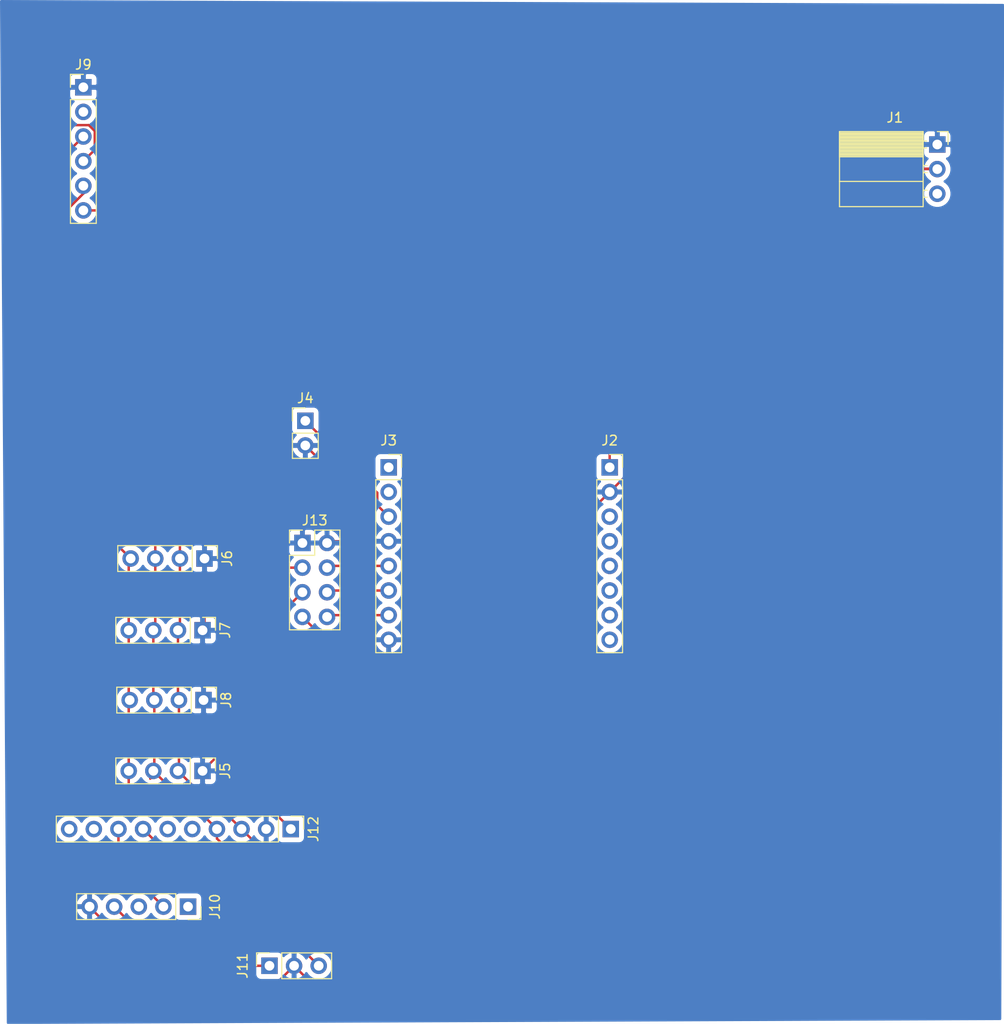
<source format=kicad_pcb>
(kicad_pcb (version 20171130) (host pcbnew 5.1.6-c6e7f7d~87~ubuntu20.04.1)

  (general
    (thickness 1.6)
    (drawings 13)
    (tracks 130)
    (zones 0)
    (modules 13)
    (nets 28)
  )

  (page A4)
  (layers
    (0 F.Cu signal)
    (31 B.Cu signal)
    (32 B.Adhes user)
    (33 F.Adhes user)
    (34 B.Paste user)
    (35 F.Paste user)
    (36 B.SilkS user)
    (37 F.SilkS user)
    (38 B.Mask user)
    (39 F.Mask user)
    (40 Dwgs.User user)
    (41 Cmts.User user)
    (42 Eco1.User user)
    (43 Eco2.User user)
    (44 Edge.Cuts user)
    (45 Margin user)
    (46 B.CrtYd user)
    (47 F.CrtYd user)
    (48 B.Fab user)
    (49 F.Fab user)
  )

  (setup
    (last_trace_width 0.25)
    (trace_clearance 0.2)
    (zone_clearance 0.508)
    (zone_45_only no)
    (trace_min 0.2)
    (via_size 0.8)
    (via_drill 0.4)
    (via_min_size 0.4)
    (via_min_drill 0.3)
    (uvia_size 0.3)
    (uvia_drill 0.1)
    (uvias_allowed no)
    (uvia_min_size 0.2)
    (uvia_min_drill 0.1)
    (edge_width 0.05)
    (segment_width 0.2)
    (pcb_text_width 0.3)
    (pcb_text_size 1.5 1.5)
    (mod_edge_width 0.12)
    (mod_text_size 1 1)
    (mod_text_width 0.15)
    (pad_size 1.524 1.524)
    (pad_drill 0.762)
    (pad_to_mask_clearance 0.05)
    (aux_axis_origin 0 0)
    (grid_origin 40 30)
    (visible_elements FFFFFF7F)
    (pcbplotparams
      (layerselection 0x010fc_ffffffff)
      (usegerberextensions false)
      (usegerberattributes true)
      (usegerberadvancedattributes true)
      (creategerberjobfile true)
      (excludeedgelayer true)
      (linewidth 0.100000)
      (plotframeref false)
      (viasonmask false)
      (mode 1)
      (useauxorigin false)
      (hpglpennumber 1)
      (hpglpenspeed 20)
      (hpglpendiameter 15.000000)
      (psnegative false)
      (psa4output false)
      (plotreference true)
      (plotvalue true)
      (plotinvisibletext false)
      (padsonsilk false)
      (subtractmaskfromsilk false)
      (outputformat 1)
      (mirror false)
      (drillshape 1)
      (scaleselection 1)
      (outputdirectory ""))
  )

  (net 0 "")
  (net 1 VCC)
  (net 2 GND)
  (net 3 "Net-(J2-Pad8)")
  (net 4 "Net-(J2-Pad7)")
  (net 5 "Net-(J2-Pad6)")
  (net 6 "Net-(J2-Pad5)")
  (net 7 "Net-(J2-Pad4)")
  (net 8 "Net-(J2-Pad3)")
  (net 9 "Net-(J3-Pad3)")
  (net 10 "Net-(J3-Pad2)")
  (net 11 "Net-(J3-Pad1)")
  (net 12 "Net-(J13-Pad8)")
  (net 13 "Net-(J13-Pad6)")
  (net 14 "Net-(J13-Pad4)")
  (net 15 "Net-(J9-Pad2)")
  (net 16 "Net-(J10-Pad4)")
  (net 17 "Net-(J10-Pad3)")
  (net 18 "Net-(J10-Pad2)")
  (net 19 "Net-(J10-Pad1)")
  (net 20 "Net-(J11-Pad3)")
  (net 21 "Net-(J12-Pad10)")
  (net 22 "Net-(J12-Pad9)")
  (net 23 "Net-(J12-Pad6)")
  (net 24 "Net-(J12-Pad5)")
  (net 25 "Net-(J12-Pad4)")
  (net 26 "Net-(J12-Pad3)")
  (net 27 "Net-(J12-Pad1)")

  (net_class Default "This is the default net class."
    (clearance 0.2)
    (trace_width 0.25)
    (via_dia 0.8)
    (via_drill 0.4)
    (uvia_dia 0.3)
    (uvia_drill 0.1)
    (add_net GND)
    (add_net "Net-(J10-Pad1)")
    (add_net "Net-(J10-Pad2)")
    (add_net "Net-(J10-Pad3)")
    (add_net "Net-(J10-Pad4)")
    (add_net "Net-(J11-Pad3)")
    (add_net "Net-(J12-Pad1)")
    (add_net "Net-(J12-Pad10)")
    (add_net "Net-(J12-Pad3)")
    (add_net "Net-(J12-Pad4)")
    (add_net "Net-(J12-Pad5)")
    (add_net "Net-(J12-Pad6)")
    (add_net "Net-(J12-Pad9)")
    (add_net "Net-(J13-Pad4)")
    (add_net "Net-(J13-Pad6)")
    (add_net "Net-(J13-Pad8)")
    (add_net "Net-(J2-Pad3)")
    (add_net "Net-(J2-Pad4)")
    (add_net "Net-(J2-Pad5)")
    (add_net "Net-(J2-Pad6)")
    (add_net "Net-(J2-Pad7)")
    (add_net "Net-(J2-Pad8)")
    (add_net "Net-(J3-Pad1)")
    (add_net "Net-(J3-Pad2)")
    (add_net "Net-(J3-Pad3)")
    (add_net "Net-(J9-Pad2)")
    (add_net VCC)
  )

  (module Connector_PinHeader_2.54mm:PinHeader_2x04_P2.54mm_Vertical (layer F.Cu) (tedit 59FED5CC) (tstamp 60160DE3)
    (at 69.7 82.5)
    (descr "Through hole straight pin header, 2x04, 2.54mm pitch, double rows")
    (tags "Through hole pin header THT 2x04 2.54mm double row")
    (path /6016008B)
    (fp_text reference J13 (at 1.27 -2.33) (layer F.SilkS)
      (effects (font (size 1 1) (thickness 0.15)))
    )
    (fp_text value "Switch Série/I2C" (at 1.27 9.95) (layer F.Fab)
      (effects (font (size 1 1) (thickness 0.15)))
    )
    (fp_text user %R (at 1.27 3.81 90) (layer F.Fab)
      (effects (font (size 1 1) (thickness 0.15)))
    )
    (fp_line (start 0 -1.27) (end 3.81 -1.27) (layer F.Fab) (width 0.1))
    (fp_line (start 3.81 -1.27) (end 3.81 8.89) (layer F.Fab) (width 0.1))
    (fp_line (start 3.81 8.89) (end -1.27 8.89) (layer F.Fab) (width 0.1))
    (fp_line (start -1.27 8.89) (end -1.27 0) (layer F.Fab) (width 0.1))
    (fp_line (start -1.27 0) (end 0 -1.27) (layer F.Fab) (width 0.1))
    (fp_line (start -1.33 8.95) (end 3.87 8.95) (layer F.SilkS) (width 0.12))
    (fp_line (start -1.33 1.27) (end -1.33 8.95) (layer F.SilkS) (width 0.12))
    (fp_line (start 3.87 -1.33) (end 3.87 8.95) (layer F.SilkS) (width 0.12))
    (fp_line (start -1.33 1.27) (end 1.27 1.27) (layer F.SilkS) (width 0.12))
    (fp_line (start 1.27 1.27) (end 1.27 -1.33) (layer F.SilkS) (width 0.12))
    (fp_line (start 1.27 -1.33) (end 3.87 -1.33) (layer F.SilkS) (width 0.12))
    (fp_line (start -1.33 0) (end -1.33 -1.33) (layer F.SilkS) (width 0.12))
    (fp_line (start -1.33 -1.33) (end 0 -1.33) (layer F.SilkS) (width 0.12))
    (fp_line (start -1.8 -1.8) (end -1.8 9.4) (layer F.CrtYd) (width 0.05))
    (fp_line (start -1.8 9.4) (end 4.35 9.4) (layer F.CrtYd) (width 0.05))
    (fp_line (start 4.35 9.4) (end 4.35 -1.8) (layer F.CrtYd) (width 0.05))
    (fp_line (start 4.35 -1.8) (end -1.8 -1.8) (layer F.CrtYd) (width 0.05))
    (pad 8 thru_hole oval (at 2.54 7.62) (size 1.7 1.7) (drill 1) (layers *.Cu *.Mask)
      (net 12 "Net-(J13-Pad8)"))
    (pad 7 thru_hole oval (at 0 7.62) (size 1.7 1.7) (drill 1) (layers *.Cu *.Mask)
      (net 25 "Net-(J12-Pad4)"))
    (pad 6 thru_hole oval (at 2.54 5.08) (size 1.7 1.7) (drill 1) (layers *.Cu *.Mask)
      (net 13 "Net-(J13-Pad6)"))
    (pad 5 thru_hole oval (at 0 5.08) (size 1.7 1.7) (drill 1) (layers *.Cu *.Mask)
      (net 26 "Net-(J12-Pad3)"))
    (pad 4 thru_hole oval (at 2.54 2.54) (size 1.7 1.7) (drill 1) (layers *.Cu *.Mask)
      (net 14 "Net-(J13-Pad4)"))
    (pad 3 thru_hole oval (at 0 2.54) (size 1.7 1.7) (drill 1) (layers *.Cu *.Mask)
      (net 27 "Net-(J12-Pad1)"))
    (pad 2 thru_hole oval (at 2.54 0) (size 1.7 1.7) (drill 1) (layers *.Cu *.Mask)
      (net 2 GND))
    (pad 1 thru_hole rect (at 0 0) (size 1.7 1.7) (drill 1) (layers *.Cu *.Mask)
      (net 2 GND))
    (model ${KISYS3DMOD}/Connector_PinHeader_2.54mm.3dshapes/PinHeader_2x04_P2.54mm_Vertical.wrl
      (at (xyz 0 0 0))
      (scale (xyz 1 1 1))
      (rotate (xyz 0 0 0))
    )
  )

  (module Connector_PinHeader_2.54mm:PinHeader_1x10_P2.54mm_Vertical (layer F.Cu) (tedit 59FED5CC) (tstamp 6015FB69)
    (at 68.5 112 270)
    (descr "Through hole straight pin header, 1x10, 2.54mm pitch, single row")
    (tags "Through hole pin header THT 1x10 2.54mm single row")
    (path /60142EBD)
    (fp_text reference J12 (at 0 -2.33 90) (layer F.SilkS)
      (effects (font (size 1 1) (thickness 0.15)))
    )
    (fp_text value ADS1115 (at 0 25.19 90) (layer F.Fab)
      (effects (font (size 1 1) (thickness 0.15)))
    )
    (fp_text user %R (at 0 11.43) (layer F.Fab)
      (effects (font (size 1 1) (thickness 0.15)))
    )
    (fp_line (start -0.635 -1.27) (end 1.27 -1.27) (layer F.Fab) (width 0.1))
    (fp_line (start 1.27 -1.27) (end 1.27 24.13) (layer F.Fab) (width 0.1))
    (fp_line (start 1.27 24.13) (end -1.27 24.13) (layer F.Fab) (width 0.1))
    (fp_line (start -1.27 24.13) (end -1.27 -0.635) (layer F.Fab) (width 0.1))
    (fp_line (start -1.27 -0.635) (end -0.635 -1.27) (layer F.Fab) (width 0.1))
    (fp_line (start -1.33 24.19) (end 1.33 24.19) (layer F.SilkS) (width 0.12))
    (fp_line (start -1.33 1.27) (end -1.33 24.19) (layer F.SilkS) (width 0.12))
    (fp_line (start 1.33 1.27) (end 1.33 24.19) (layer F.SilkS) (width 0.12))
    (fp_line (start -1.33 1.27) (end 1.33 1.27) (layer F.SilkS) (width 0.12))
    (fp_line (start -1.33 0) (end -1.33 -1.33) (layer F.SilkS) (width 0.12))
    (fp_line (start -1.33 -1.33) (end 0 -1.33) (layer F.SilkS) (width 0.12))
    (fp_line (start -1.8 -1.8) (end -1.8 24.65) (layer F.CrtYd) (width 0.05))
    (fp_line (start -1.8 24.65) (end 1.8 24.65) (layer F.CrtYd) (width 0.05))
    (fp_line (start 1.8 24.65) (end 1.8 -1.8) (layer F.CrtYd) (width 0.05))
    (fp_line (start 1.8 -1.8) (end -1.8 -1.8) (layer F.CrtYd) (width 0.05))
    (pad 10 thru_hole oval (at 0 22.86 270) (size 1.7 1.7) (drill 1) (layers *.Cu *.Mask)
      (net 21 "Net-(J12-Pad10)"))
    (pad 9 thru_hole oval (at 0 20.32 270) (size 1.7 1.7) (drill 1) (layers *.Cu *.Mask)
      (net 22 "Net-(J12-Pad9)"))
    (pad 8 thru_hole oval (at 0 17.78 270) (size 1.7 1.7) (drill 1) (layers *.Cu *.Mask)
      (net 18 "Net-(J10-Pad2)"))
    (pad 7 thru_hole oval (at 0 15.24 270) (size 1.7 1.7) (drill 1) (layers *.Cu *.Mask)
      (net 20 "Net-(J11-Pad3)"))
    (pad 6 thru_hole oval (at 0 12.7 270) (size 1.7 1.7) (drill 1) (layers *.Cu *.Mask)
      (net 23 "Net-(J12-Pad6)"))
    (pad 5 thru_hole oval (at 0 10.16 270) (size 1.7 1.7) (drill 1) (layers *.Cu *.Mask)
      (net 24 "Net-(J12-Pad5)"))
    (pad 4 thru_hole oval (at 0 7.62 270) (size 1.7 1.7) (drill 1) (layers *.Cu *.Mask)
      (net 25 "Net-(J12-Pad4)"))
    (pad 3 thru_hole oval (at 0 5.08 270) (size 1.7 1.7) (drill 1) (layers *.Cu *.Mask)
      (net 26 "Net-(J12-Pad3)"))
    (pad 2 thru_hole oval (at 0 2.54 270) (size 1.7 1.7) (drill 1) (layers *.Cu *.Mask)
      (net 2 GND))
    (pad 1 thru_hole rect (at 0 0 270) (size 1.7 1.7) (drill 1) (layers *.Cu *.Mask)
      (net 27 "Net-(J12-Pad1)"))
    (model ${KISYS3DMOD}/Connector_PinHeader_2.54mm.3dshapes/PinHeader_1x10_P2.54mm_Vertical.wrl
      (at (xyz 0 0 0))
      (scale (xyz 1 1 1))
      (rotate (xyz 0 0 0))
    )
  )

  (module Connector_PinSocket_2.54mm:PinSocket_1x03_P2.54mm_Vertical (layer F.Cu) (tedit 5A19A429) (tstamp 601895AE)
    (at 66.3 126.1 90)
    (descr "Through hole straight socket strip, 1x03, 2.54mm pitch, single row (from Kicad 4.0.7), script generated")
    (tags "Through hole socket strip THT 1x03 2.54mm single row")
    (path /6018122F)
    (fp_text reference J11 (at 0 -2.77 90) (layer F.SilkS)
      (effects (font (size 1 1) (thickness 0.15)))
    )
    (fp_text value "Laser sensor" (at 0 7.85 90) (layer F.Fab)
      (effects (font (size 1 1) (thickness 0.15)))
    )
    (fp_text user %R (at 0 2.54) (layer F.Fab)
      (effects (font (size 1 1) (thickness 0.15)))
    )
    (fp_line (start -1.27 -1.27) (end 0.635 -1.27) (layer F.Fab) (width 0.1))
    (fp_line (start 0.635 -1.27) (end 1.27 -0.635) (layer F.Fab) (width 0.1))
    (fp_line (start 1.27 -0.635) (end 1.27 6.35) (layer F.Fab) (width 0.1))
    (fp_line (start 1.27 6.35) (end -1.27 6.35) (layer F.Fab) (width 0.1))
    (fp_line (start -1.27 6.35) (end -1.27 -1.27) (layer F.Fab) (width 0.1))
    (fp_line (start -1.33 1.27) (end 1.33 1.27) (layer F.SilkS) (width 0.12))
    (fp_line (start -1.33 1.27) (end -1.33 6.41) (layer F.SilkS) (width 0.12))
    (fp_line (start -1.33 6.41) (end 1.33 6.41) (layer F.SilkS) (width 0.12))
    (fp_line (start 1.33 1.27) (end 1.33 6.41) (layer F.SilkS) (width 0.12))
    (fp_line (start 1.33 -1.33) (end 1.33 0) (layer F.SilkS) (width 0.12))
    (fp_line (start 0 -1.33) (end 1.33 -1.33) (layer F.SilkS) (width 0.12))
    (fp_line (start -1.8 -1.8) (end 1.75 -1.8) (layer F.CrtYd) (width 0.05))
    (fp_line (start 1.75 -1.8) (end 1.75 6.85) (layer F.CrtYd) (width 0.05))
    (fp_line (start 1.75 6.85) (end -1.8 6.85) (layer F.CrtYd) (width 0.05))
    (fp_line (start -1.8 6.85) (end -1.8 -1.8) (layer F.CrtYd) (width 0.05))
    (pad 3 thru_hole oval (at 0 5.08 90) (size 1.7 1.7) (drill 1) (layers *.Cu *.Mask)
      (net 20 "Net-(J11-Pad3)"))
    (pad 2 thru_hole oval (at 0 2.54 90) (size 1.7 1.7) (drill 1) (layers *.Cu *.Mask)
      (net 2 GND))
    (pad 1 thru_hole rect (at 0 0 90) (size 1.7 1.7) (drill 1) (layers *.Cu *.Mask)
      (net 16 "Net-(J10-Pad4)"))
    (model ${KISYS3DMOD}/Connector_PinSocket_2.54mm.3dshapes/PinSocket_1x03_P2.54mm_Vertical.wrl
      (at (xyz 0 0 0))
      (scale (xyz 1 1 1))
      (rotate (xyz 0 0 0))
    )
  )

  (module Connector_PinSocket_2.54mm:PinSocket_1x05_P2.54mm_Vertical (layer F.Cu) (tedit 5A19A420) (tstamp 6018836F)
    (at 57.9 120 270)
    (descr "Through hole straight socket strip, 1x05, 2.54mm pitch, single row (from Kicad 4.0.7), script generated")
    (tags "Through hole socket strip THT 1x05 2.54mm single row")
    (path /601ADA8C)
    (fp_text reference J10 (at 0 -2.77 90) (layer F.SilkS)
      (effects (font (size 1 1) (thickness 0.15)))
    )
    (fp_text value MAX9814 (at 0 12.93 90) (layer F.Fab)
      (effects (font (size 1 1) (thickness 0.15)))
    )
    (fp_text user %R (at 0 5.08) (layer F.Fab)
      (effects (font (size 1 1) (thickness 0.15)))
    )
    (fp_line (start -1.27 -1.27) (end 0.635 -1.27) (layer F.Fab) (width 0.1))
    (fp_line (start 0.635 -1.27) (end 1.27 -0.635) (layer F.Fab) (width 0.1))
    (fp_line (start 1.27 -0.635) (end 1.27 11.43) (layer F.Fab) (width 0.1))
    (fp_line (start 1.27 11.43) (end -1.27 11.43) (layer F.Fab) (width 0.1))
    (fp_line (start -1.27 11.43) (end -1.27 -1.27) (layer F.Fab) (width 0.1))
    (fp_line (start -1.33 1.27) (end 1.33 1.27) (layer F.SilkS) (width 0.12))
    (fp_line (start -1.33 1.27) (end -1.33 11.49) (layer F.SilkS) (width 0.12))
    (fp_line (start -1.33 11.49) (end 1.33 11.49) (layer F.SilkS) (width 0.12))
    (fp_line (start 1.33 1.27) (end 1.33 11.49) (layer F.SilkS) (width 0.12))
    (fp_line (start 1.33 -1.33) (end 1.33 0) (layer F.SilkS) (width 0.12))
    (fp_line (start 0 -1.33) (end 1.33 -1.33) (layer F.SilkS) (width 0.12))
    (fp_line (start -1.8 -1.8) (end 1.75 -1.8) (layer F.CrtYd) (width 0.05))
    (fp_line (start 1.75 -1.8) (end 1.75 11.9) (layer F.CrtYd) (width 0.05))
    (fp_line (start 1.75 11.9) (end -1.8 11.9) (layer F.CrtYd) (width 0.05))
    (fp_line (start -1.8 11.9) (end -1.8 -1.8) (layer F.CrtYd) (width 0.05))
    (pad 5 thru_hole oval (at 0 10.16 270) (size 1.7 1.7) (drill 1) (layers *.Cu *.Mask)
      (net 2 GND))
    (pad 4 thru_hole oval (at 0 7.62 270) (size 1.7 1.7) (drill 1) (layers *.Cu *.Mask)
      (net 16 "Net-(J10-Pad4)"))
    (pad 3 thru_hole oval (at 0 5.08 270) (size 1.7 1.7) (drill 1) (layers *.Cu *.Mask)
      (net 17 "Net-(J10-Pad3)"))
    (pad 2 thru_hole oval (at 0 2.54 270) (size 1.7 1.7) (drill 1) (layers *.Cu *.Mask)
      (net 18 "Net-(J10-Pad2)"))
    (pad 1 thru_hole rect (at 0 0 270) (size 1.7 1.7) (drill 1) (layers *.Cu *.Mask)
      (net 19 "Net-(J10-Pad1)"))
    (model ${KISYS3DMOD}/Connector_PinSocket_2.54mm.3dshapes/PinSocket_1x05_P2.54mm_Vertical.wrl
      (at (xyz 0 0 0))
      (scale (xyz 1 1 1))
      (rotate (xyz 0 0 0))
    )
  )

  (module Connector_PinHeader_2.54mm:PinHeader_1x06_P2.54mm_Vertical locked (layer F.Cu) (tedit 59FED5CC) (tstamp 60166996)
    (at 47.1 35.5)
    (descr "Through hole straight pin header, 1x06, 2.54mm pitch, single row")
    (tags "Through hole pin header THT 1x06 2.54mm single row")
    (path /60143E8E)
    (fp_text reference J9 (at 0 -2.33) (layer F.SilkS)
      (effects (font (size 1 1) (thickness 0.15)))
    )
    (fp_text value PCA9685 (at 0 15.03) (layer F.Fab)
      (effects (font (size 1 1) (thickness 0.15)))
    )
    (fp_text user %R (at 0 6.35 90) (layer F.Fab)
      (effects (font (size 1 1) (thickness 0.15)))
    )
    (fp_line (start -0.635 -1.27) (end 1.27 -1.27) (layer F.Fab) (width 0.1))
    (fp_line (start 1.27 -1.27) (end 1.27 13.97) (layer F.Fab) (width 0.1))
    (fp_line (start 1.27 13.97) (end -1.27 13.97) (layer F.Fab) (width 0.1))
    (fp_line (start -1.27 13.97) (end -1.27 -0.635) (layer F.Fab) (width 0.1))
    (fp_line (start -1.27 -0.635) (end -0.635 -1.27) (layer F.Fab) (width 0.1))
    (fp_line (start -1.33 14.03) (end 1.33 14.03) (layer F.SilkS) (width 0.12))
    (fp_line (start -1.33 1.27) (end -1.33 14.03) (layer F.SilkS) (width 0.12))
    (fp_line (start 1.33 1.27) (end 1.33 14.03) (layer F.SilkS) (width 0.12))
    (fp_line (start -1.33 1.27) (end 1.33 1.27) (layer F.SilkS) (width 0.12))
    (fp_line (start -1.33 0) (end -1.33 -1.33) (layer F.SilkS) (width 0.12))
    (fp_line (start -1.33 -1.33) (end 0 -1.33) (layer F.SilkS) (width 0.12))
    (fp_line (start -1.8 -1.8) (end -1.8 14.5) (layer F.CrtYd) (width 0.05))
    (fp_line (start -1.8 14.5) (end 1.8 14.5) (layer F.CrtYd) (width 0.05))
    (fp_line (start 1.8 14.5) (end 1.8 -1.8) (layer F.CrtYd) (width 0.05))
    (fp_line (start 1.8 -1.8) (end -1.8 -1.8) (layer F.CrtYd) (width 0.05))
    (pad 6 thru_hole oval (at 0 12.7) (size 1.7 1.7) (drill 1) (layers *.Cu *.Mask)
      (net 1 VCC))
    (pad 5 thru_hole oval (at 0 10.16) (size 1.7 1.7) (drill 1) (layers *.Cu *.Mask)
      (net 27 "Net-(J12-Pad1)"))
    (pad 4 thru_hole oval (at 0 7.62) (size 1.7 1.7) (drill 1) (layers *.Cu *.Mask)
      (net 25 "Net-(J12-Pad4)"))
    (pad 3 thru_hole oval (at 0 5.08) (size 1.7 1.7) (drill 1) (layers *.Cu *.Mask)
      (net 26 "Net-(J12-Pad3)"))
    (pad 2 thru_hole oval (at 0 2.54) (size 1.7 1.7) (drill 1) (layers *.Cu *.Mask)
      (net 15 "Net-(J9-Pad2)"))
    (pad 1 thru_hole rect (at 0 0) (size 1.7 1.7) (drill 1) (layers *.Cu *.Mask)
      (net 2 GND))
    (model ${KISYS3DMOD}/Connector_PinHeader_2.54mm.3dshapes/PinHeader_1x06_P2.54mm_Vertical.wrl
      (at (xyz 0 0 0))
      (scale (xyz 1 1 1))
      (rotate (xyz 0 0 0))
    )
  )

  (module Connector_PinHeader_2.54mm:PinHeader_1x04_P2.54mm_Vertical (layer F.Cu) (tedit 59FED5CC) (tstamp 601873A4)
    (at 59.5 98.7 270)
    (descr "Through hole straight pin header, 1x04, 2.54mm pitch, single row")
    (tags "Through hole pin header THT 1x04 2.54mm single row")
    (path /600DF17F)
    (fp_text reference J8 (at 0 -2.33 90) (layer F.SilkS)
      (effects (font (size 1 1) (thickness 0.15)))
    )
    (fp_text value "I2C Autre" (at 0 9.95 90) (layer F.Fab)
      (effects (font (size 1 1) (thickness 0.15)))
    )
    (fp_text user %R (at 0 3.81) (layer F.Fab)
      (effects (font (size 1 1) (thickness 0.15)))
    )
    (fp_line (start -0.635 -1.27) (end 1.27 -1.27) (layer F.Fab) (width 0.1))
    (fp_line (start 1.27 -1.27) (end 1.27 8.89) (layer F.Fab) (width 0.1))
    (fp_line (start 1.27 8.89) (end -1.27 8.89) (layer F.Fab) (width 0.1))
    (fp_line (start -1.27 8.89) (end -1.27 -0.635) (layer F.Fab) (width 0.1))
    (fp_line (start -1.27 -0.635) (end -0.635 -1.27) (layer F.Fab) (width 0.1))
    (fp_line (start -1.33 8.95) (end 1.33 8.95) (layer F.SilkS) (width 0.12))
    (fp_line (start -1.33 1.27) (end -1.33 8.95) (layer F.SilkS) (width 0.12))
    (fp_line (start 1.33 1.27) (end 1.33 8.95) (layer F.SilkS) (width 0.12))
    (fp_line (start -1.33 1.27) (end 1.33 1.27) (layer F.SilkS) (width 0.12))
    (fp_line (start -1.33 0) (end -1.33 -1.33) (layer F.SilkS) (width 0.12))
    (fp_line (start -1.33 -1.33) (end 0 -1.33) (layer F.SilkS) (width 0.12))
    (fp_line (start -1.8 -1.8) (end -1.8 9.4) (layer F.CrtYd) (width 0.05))
    (fp_line (start -1.8 9.4) (end 1.8 9.4) (layer F.CrtYd) (width 0.05))
    (fp_line (start 1.8 9.4) (end 1.8 -1.8) (layer F.CrtYd) (width 0.05))
    (fp_line (start 1.8 -1.8) (end -1.8 -1.8) (layer F.CrtYd) (width 0.05))
    (pad 4 thru_hole oval (at 0 7.62 270) (size 1.7 1.7) (drill 1) (layers *.Cu *.Mask)
      (net 25 "Net-(J12-Pad4)"))
    (pad 3 thru_hole oval (at 0 5.08 270) (size 1.7 1.7) (drill 1) (layers *.Cu *.Mask)
      (net 26 "Net-(J12-Pad3)"))
    (pad 2 thru_hole oval (at 0 2.54 270) (size 1.7 1.7) (drill 1) (layers *.Cu *.Mask)
      (net 27 "Net-(J12-Pad1)"))
    (pad 1 thru_hole rect (at 0 0 270) (size 1.7 1.7) (drill 1) (layers *.Cu *.Mask)
      (net 2 GND))
    (model ${KISYS3DMOD}/Connector_PinHeader_2.54mm.3dshapes/PinHeader_1x04_P2.54mm_Vertical.wrl
      (at (xyz 0 0 0))
      (scale (xyz 1 1 1))
      (rotate (xyz 0 0 0))
    )
  )

  (module Connector_PinHeader_2.54mm:PinHeader_1x04_P2.54mm_Vertical (layer F.Cu) (tedit 59FED5CC) (tstamp 60187356)
    (at 59.4 91.5 270)
    (descr "Through hole straight pin header, 1x04, 2.54mm pitch, single row")
    (tags "Through hole pin header THT 1x04 2.54mm single row")
    (path /600DE3E9)
    (fp_text reference J7 (at 0 -2.33 90) (layer F.SilkS)
      (effects (font (size 1 1) (thickness 0.15)))
    )
    (fp_text value "I2C ssd1306 Screen" (at 0 9.95 90) (layer F.Fab)
      (effects (font (size 1 1) (thickness 0.15)))
    )
    (fp_text user %R (at 0 3.81) (layer F.Fab)
      (effects (font (size 1 1) (thickness 0.15)))
    )
    (fp_line (start -0.635 -1.27) (end 1.27 -1.27) (layer F.Fab) (width 0.1))
    (fp_line (start 1.27 -1.27) (end 1.27 8.89) (layer F.Fab) (width 0.1))
    (fp_line (start 1.27 8.89) (end -1.27 8.89) (layer F.Fab) (width 0.1))
    (fp_line (start -1.27 8.89) (end -1.27 -0.635) (layer F.Fab) (width 0.1))
    (fp_line (start -1.27 -0.635) (end -0.635 -1.27) (layer F.Fab) (width 0.1))
    (fp_line (start -1.33 8.95) (end 1.33 8.95) (layer F.SilkS) (width 0.12))
    (fp_line (start -1.33 1.27) (end -1.33 8.95) (layer F.SilkS) (width 0.12))
    (fp_line (start 1.33 1.27) (end 1.33 8.95) (layer F.SilkS) (width 0.12))
    (fp_line (start -1.33 1.27) (end 1.33 1.27) (layer F.SilkS) (width 0.12))
    (fp_line (start -1.33 0) (end -1.33 -1.33) (layer F.SilkS) (width 0.12))
    (fp_line (start -1.33 -1.33) (end 0 -1.33) (layer F.SilkS) (width 0.12))
    (fp_line (start -1.8 -1.8) (end -1.8 9.4) (layer F.CrtYd) (width 0.05))
    (fp_line (start -1.8 9.4) (end 1.8 9.4) (layer F.CrtYd) (width 0.05))
    (fp_line (start 1.8 9.4) (end 1.8 -1.8) (layer F.CrtYd) (width 0.05))
    (fp_line (start 1.8 -1.8) (end -1.8 -1.8) (layer F.CrtYd) (width 0.05))
    (pad 4 thru_hole oval (at 0 7.62 270) (size 1.7 1.7) (drill 1) (layers *.Cu *.Mask)
      (net 25 "Net-(J12-Pad4)"))
    (pad 3 thru_hole oval (at 0 5.08 270) (size 1.7 1.7) (drill 1) (layers *.Cu *.Mask)
      (net 26 "Net-(J12-Pad3)"))
    (pad 2 thru_hole oval (at 0 2.54 270) (size 1.7 1.7) (drill 1) (layers *.Cu *.Mask)
      (net 27 "Net-(J12-Pad1)"))
    (pad 1 thru_hole rect (at 0 0 270) (size 1.7 1.7) (drill 1) (layers *.Cu *.Mask)
      (net 2 GND))
    (model ${KISYS3DMOD}/Connector_PinHeader_2.54mm.3dshapes/PinHeader_1x04_P2.54mm_Vertical.wrl
      (at (xyz 0 0 0))
      (scale (xyz 1 1 1))
      (rotate (xyz 0 0 0))
    )
  )

  (module Connector_PinHeader_2.54mm:PinHeader_1x04_P2.54mm_Vertical (layer F.Cu) (tedit 59FED5CC) (tstamp 601873F8)
    (at 59.6 84.1 270)
    (descr "Through hole straight pin header, 1x04, 2.54mm pitch, single row")
    (tags "Through hole pin header THT 1x04 2.54mm single row")
    (path /600DC7EA)
    (fp_text reference J6 (at 0 -2.33 90) (layer F.SilkS)
      (effects (font (size 1 1) (thickness 0.15)))
    )
    (fp_text value "I2C DS3231 RTC" (at 0 9.95 90) (layer F.Fab)
      (effects (font (size 1 1) (thickness 0.15)))
    )
    (fp_text user %R (at 0 3.81) (layer F.Fab)
      (effects (font (size 1 1) (thickness 0.15)))
    )
    (fp_line (start -0.635 -1.27) (end 1.27 -1.27) (layer F.Fab) (width 0.1))
    (fp_line (start 1.27 -1.27) (end 1.27 8.89) (layer F.Fab) (width 0.1))
    (fp_line (start 1.27 8.89) (end -1.27 8.89) (layer F.Fab) (width 0.1))
    (fp_line (start -1.27 8.89) (end -1.27 -0.635) (layer F.Fab) (width 0.1))
    (fp_line (start -1.27 -0.635) (end -0.635 -1.27) (layer F.Fab) (width 0.1))
    (fp_line (start -1.33 8.95) (end 1.33 8.95) (layer F.SilkS) (width 0.12))
    (fp_line (start -1.33 1.27) (end -1.33 8.95) (layer F.SilkS) (width 0.12))
    (fp_line (start 1.33 1.27) (end 1.33 8.95) (layer F.SilkS) (width 0.12))
    (fp_line (start -1.33 1.27) (end 1.33 1.27) (layer F.SilkS) (width 0.12))
    (fp_line (start -1.33 0) (end -1.33 -1.33) (layer F.SilkS) (width 0.12))
    (fp_line (start -1.33 -1.33) (end 0 -1.33) (layer F.SilkS) (width 0.12))
    (fp_line (start -1.8 -1.8) (end -1.8 9.4) (layer F.CrtYd) (width 0.05))
    (fp_line (start -1.8 9.4) (end 1.8 9.4) (layer F.CrtYd) (width 0.05))
    (fp_line (start 1.8 9.4) (end 1.8 -1.8) (layer F.CrtYd) (width 0.05))
    (fp_line (start 1.8 -1.8) (end -1.8 -1.8) (layer F.CrtYd) (width 0.05))
    (pad 4 thru_hole oval (at 0 7.62 270) (size 1.7 1.7) (drill 1) (layers *.Cu *.Mask)
      (net 25 "Net-(J12-Pad4)"))
    (pad 3 thru_hole oval (at 0 5.08 270) (size 1.7 1.7) (drill 1) (layers *.Cu *.Mask)
      (net 26 "Net-(J12-Pad3)"))
    (pad 2 thru_hole oval (at 0 2.54 270) (size 1.7 1.7) (drill 1) (layers *.Cu *.Mask)
      (net 27 "Net-(J12-Pad1)"))
    (pad 1 thru_hole rect (at 0 0 270) (size 1.7 1.7) (drill 1) (layers *.Cu *.Mask)
      (net 2 GND))
    (model ${KISYS3DMOD}/Connector_PinHeader_2.54mm.3dshapes/PinHeader_1x04_P2.54mm_Vertical.wrl
      (at (xyz 0 0 0))
      (scale (xyz 1 1 1))
      (rotate (xyz 0 0 0))
    )
  )

  (module Connector_PinHeader_2.54mm:PinHeader_1x04_P2.54mm_Vertical (layer F.Cu) (tedit 59FED5CC) (tstamp 60187311)
    (at 59.4 106 270)
    (descr "Through hole straight pin header, 1x04, 2.54mm pitch, single row")
    (tags "Through hole pin header THT 1x04 2.54mm single row")
    (path /600A6DA6)
    (fp_text reference J5 (at 0 -2.33 90) (layer F.SilkS)
      (effects (font (size 1 1) (thickness 0.15)))
    )
    (fp_text value "I2C SX1509" (at -0.1 -7.9 180) (layer F.Fab)
      (effects (font (size 1 1) (thickness 0.15)))
    )
    (fp_text user %R (at 0 3.81) (layer F.Fab)
      (effects (font (size 1 1) (thickness 0.15)))
    )
    (fp_line (start -0.635 -1.27) (end 1.27 -1.27) (layer F.Fab) (width 0.1))
    (fp_line (start 1.27 -1.27) (end 1.27 8.89) (layer F.Fab) (width 0.1))
    (fp_line (start 1.27 8.89) (end -1.27 8.89) (layer F.Fab) (width 0.1))
    (fp_line (start -1.27 8.89) (end -1.27 -0.635) (layer F.Fab) (width 0.1))
    (fp_line (start -1.27 -0.635) (end -0.635 -1.27) (layer F.Fab) (width 0.1))
    (fp_line (start -1.33 8.95) (end 1.33 8.95) (layer F.SilkS) (width 0.12))
    (fp_line (start -1.33 1.27) (end -1.33 8.95) (layer F.SilkS) (width 0.12))
    (fp_line (start 1.33 1.27) (end 1.33 8.95) (layer F.SilkS) (width 0.12))
    (fp_line (start -1.33 1.27) (end 1.33 1.27) (layer F.SilkS) (width 0.12))
    (fp_line (start -1.33 0) (end -1.33 -1.33) (layer F.SilkS) (width 0.12))
    (fp_line (start -1.33 -1.33) (end 0 -1.33) (layer F.SilkS) (width 0.12))
    (fp_line (start -1.8 -1.8) (end -1.8 9.4) (layer F.CrtYd) (width 0.05))
    (fp_line (start -1.8 9.4) (end 1.8 9.4) (layer F.CrtYd) (width 0.05))
    (fp_line (start 1.8 9.4) (end 1.8 -1.8) (layer F.CrtYd) (width 0.05))
    (fp_line (start 1.8 -1.8) (end -1.8 -1.8) (layer F.CrtYd) (width 0.05))
    (pad 4 thru_hole oval (at 0 7.62 270) (size 1.7 1.7) (drill 1) (layers *.Cu *.Mask)
      (net 25 "Net-(J12-Pad4)"))
    (pad 3 thru_hole oval (at 0 5.08 270) (size 1.7 1.7) (drill 1) (layers *.Cu *.Mask)
      (net 26 "Net-(J12-Pad3)"))
    (pad 2 thru_hole oval (at 0 2.54 270) (size 1.7 1.7) (drill 1) (layers *.Cu *.Mask)
      (net 27 "Net-(J12-Pad1)"))
    (pad 1 thru_hole rect (at 0 0 270) (size 1.7 1.7) (drill 1) (layers *.Cu *.Mask)
      (net 2 GND))
    (model ${KISYS3DMOD}/Connector_PinHeader_2.54mm.3dshapes/PinHeader_1x04_P2.54mm_Vertical.wrl
      (at (xyz 0 0 0))
      (scale (xyz 1 1 1))
      (rotate (xyz 0 0 0))
    )
  )

  (module Connector_PinHeader_2.54mm:PinHeader_1x02_P2.54mm_Vertical (layer F.Cu) (tedit 59FED5CC) (tstamp 6015FAA1)
    (at 70 69.9)
    (descr "Through hole straight pin header, 1x02, 2.54mm pitch, single row")
    (tags "Through hole pin header THT 1x02 2.54mm single row")
    (path /600CBD87)
    (fp_text reference J4 (at 0 -2.33) (layer F.SilkS)
      (effects (font (size 1 1) (thickness 0.15)))
    )
    (fp_text value "Flash mode" (at 0 4.87) (layer F.Fab)
      (effects (font (size 1 1) (thickness 0.15)))
    )
    (fp_text user %R (at 0 1.27 90) (layer F.Fab)
      (effects (font (size 1 1) (thickness 0.15)))
    )
    (fp_line (start -0.635 -1.27) (end 1.27 -1.27) (layer F.Fab) (width 0.1))
    (fp_line (start 1.27 -1.27) (end 1.27 3.81) (layer F.Fab) (width 0.1))
    (fp_line (start 1.27 3.81) (end -1.27 3.81) (layer F.Fab) (width 0.1))
    (fp_line (start -1.27 3.81) (end -1.27 -0.635) (layer F.Fab) (width 0.1))
    (fp_line (start -1.27 -0.635) (end -0.635 -1.27) (layer F.Fab) (width 0.1))
    (fp_line (start -1.33 3.87) (end 1.33 3.87) (layer F.SilkS) (width 0.12))
    (fp_line (start -1.33 1.27) (end -1.33 3.87) (layer F.SilkS) (width 0.12))
    (fp_line (start 1.33 1.27) (end 1.33 3.87) (layer F.SilkS) (width 0.12))
    (fp_line (start -1.33 1.27) (end 1.33 1.27) (layer F.SilkS) (width 0.12))
    (fp_line (start -1.33 0) (end -1.33 -1.33) (layer F.SilkS) (width 0.12))
    (fp_line (start -1.33 -1.33) (end 0 -1.33) (layer F.SilkS) (width 0.12))
    (fp_line (start -1.8 -1.8) (end -1.8 4.35) (layer F.CrtYd) (width 0.05))
    (fp_line (start -1.8 4.35) (end 1.8 4.35) (layer F.CrtYd) (width 0.05))
    (fp_line (start 1.8 4.35) (end 1.8 -1.8) (layer F.CrtYd) (width 0.05))
    (fp_line (start 1.8 -1.8) (end -1.8 -1.8) (layer F.CrtYd) (width 0.05))
    (pad 2 thru_hole oval (at 0 2.54) (size 1.7 1.7) (drill 1) (layers *.Cu *.Mask)
      (net 2 GND))
    (pad 1 thru_hole rect (at 0 0) (size 1.7 1.7) (drill 1) (layers *.Cu *.Mask)
      (net 9 "Net-(J3-Pad3)"))
    (model ${KISYS3DMOD}/Connector_PinHeader_2.54mm.3dshapes/PinHeader_1x02_P2.54mm_Vertical.wrl
      (at (xyz 0 0 0))
      (scale (xyz 1 1 1))
      (rotate (xyz 0 0 0))
    )
  )

  (module Connector_PinSocket_2.54mm:PinSocket_1x08_P2.54mm_Vertical (layer F.Cu) (tedit 5A19A420) (tstamp 6015FA8B)
    (at 78.6 74.7)
    (descr "Through hole straight socket strip, 1x08, 2.54mm pitch, single row (from Kicad 4.0.7), script generated")
    (tags "Through hole socket strip THT 1x08 2.54mm single row")
    (path /600B4C51)
    (fp_text reference J3 (at 0 -2.77) (layer F.SilkS)
      (effects (font (size 1 1) (thickness 0.15)))
    )
    (fp_text value "ESP32 Header2" (at 0 20.55) (layer F.Fab)
      (effects (font (size 1 1) (thickness 0.15)))
    )
    (fp_text user %R (at 0 8.89 90) (layer F.Fab)
      (effects (font (size 1 1) (thickness 0.15)))
    )
    (fp_line (start -1.27 -1.27) (end 0.635 -1.27) (layer F.Fab) (width 0.1))
    (fp_line (start 0.635 -1.27) (end 1.27 -0.635) (layer F.Fab) (width 0.1))
    (fp_line (start 1.27 -0.635) (end 1.27 19.05) (layer F.Fab) (width 0.1))
    (fp_line (start 1.27 19.05) (end -1.27 19.05) (layer F.Fab) (width 0.1))
    (fp_line (start -1.27 19.05) (end -1.27 -1.27) (layer F.Fab) (width 0.1))
    (fp_line (start -1.33 1.27) (end 1.33 1.27) (layer F.SilkS) (width 0.12))
    (fp_line (start -1.33 1.27) (end -1.33 19.11) (layer F.SilkS) (width 0.12))
    (fp_line (start -1.33 19.11) (end 1.33 19.11) (layer F.SilkS) (width 0.12))
    (fp_line (start 1.33 1.27) (end 1.33 19.11) (layer F.SilkS) (width 0.12))
    (fp_line (start 1.33 -1.33) (end 1.33 0) (layer F.SilkS) (width 0.12))
    (fp_line (start 0 -1.33) (end 1.33 -1.33) (layer F.SilkS) (width 0.12))
    (fp_line (start -1.8 -1.8) (end 1.75 -1.8) (layer F.CrtYd) (width 0.05))
    (fp_line (start 1.75 -1.8) (end 1.75 19.55) (layer F.CrtYd) (width 0.05))
    (fp_line (start 1.75 19.55) (end -1.8 19.55) (layer F.CrtYd) (width 0.05))
    (fp_line (start -1.8 19.55) (end -1.8 -1.8) (layer F.CrtYd) (width 0.05))
    (pad 8 thru_hole oval (at 0 17.78) (size 1.7 1.7) (drill 1) (layers *.Cu *.Mask)
      (net 2 GND))
    (pad 7 thru_hole oval (at 0 15.24) (size 1.7 1.7) (drill 1) (layers *.Cu *.Mask)
      (net 12 "Net-(J13-Pad8)"))
    (pad 6 thru_hole oval (at 0 12.7) (size 1.7 1.7) (drill 1) (layers *.Cu *.Mask)
      (net 13 "Net-(J13-Pad6)"))
    (pad 5 thru_hole oval (at 0 10.16) (size 1.7 1.7) (drill 1) (layers *.Cu *.Mask)
      (net 14 "Net-(J13-Pad4)"))
    (pad 4 thru_hole oval (at 0 7.62) (size 1.7 1.7) (drill 1) (layers *.Cu *.Mask)
      (net 2 GND))
    (pad 3 thru_hole oval (at 0 5.08) (size 1.7 1.7) (drill 1) (layers *.Cu *.Mask)
      (net 9 "Net-(J3-Pad3)"))
    (pad 2 thru_hole oval (at 0 2.54) (size 1.7 1.7) (drill 1) (layers *.Cu *.Mask)
      (net 10 "Net-(J3-Pad2)"))
    (pad 1 thru_hole rect (at 0 0) (size 1.7 1.7) (drill 1) (layers *.Cu *.Mask)
      (net 11 "Net-(J3-Pad1)"))
    (model ${KISYS3DMOD}/Connector_PinSocket_2.54mm.3dshapes/PinSocket_1x08_P2.54mm_Vertical.wrl
      (at (xyz 0 0 0))
      (scale (xyz 1 1 1))
      (rotate (xyz 0 0 0))
    )
  )

  (module Connector_PinSocket_2.54mm:PinSocket_1x08_P2.54mm_Vertical (layer F.Cu) (tedit 5A19A420) (tstamp 6015FA6F)
    (at 101.4 74.7)
    (descr "Through hole straight socket strip, 1x08, 2.54mm pitch, single row (from Kicad 4.0.7), script generated")
    (tags "Through hole socket strip THT 1x08 2.54mm single row")
    (path /600AB024)
    (fp_text reference J2 (at 0 -2.77) (layer F.SilkS)
      (effects (font (size 1 1) (thickness 0.15)))
    )
    (fp_text value "ESP32 Header1" (at 0 20.55) (layer F.Fab)
      (effects (font (size 1 1) (thickness 0.15)))
    )
    (fp_text user %R (at 0 8.89 90) (layer F.Fab)
      (effects (font (size 1 1) (thickness 0.15)))
    )
    (fp_line (start -1.27 -1.27) (end 0.635 -1.27) (layer F.Fab) (width 0.1))
    (fp_line (start 0.635 -1.27) (end 1.27 -0.635) (layer F.Fab) (width 0.1))
    (fp_line (start 1.27 -0.635) (end 1.27 19.05) (layer F.Fab) (width 0.1))
    (fp_line (start 1.27 19.05) (end -1.27 19.05) (layer F.Fab) (width 0.1))
    (fp_line (start -1.27 19.05) (end -1.27 -1.27) (layer F.Fab) (width 0.1))
    (fp_line (start -1.33 1.27) (end 1.33 1.27) (layer F.SilkS) (width 0.12))
    (fp_line (start -1.33 1.27) (end -1.33 19.11) (layer F.SilkS) (width 0.12))
    (fp_line (start -1.33 19.11) (end 1.33 19.11) (layer F.SilkS) (width 0.12))
    (fp_line (start 1.33 1.27) (end 1.33 19.11) (layer F.SilkS) (width 0.12))
    (fp_line (start 1.33 -1.33) (end 1.33 0) (layer F.SilkS) (width 0.12))
    (fp_line (start 0 -1.33) (end 1.33 -1.33) (layer F.SilkS) (width 0.12))
    (fp_line (start -1.8 -1.8) (end 1.75 -1.8) (layer F.CrtYd) (width 0.05))
    (fp_line (start 1.75 -1.8) (end 1.75 19.55) (layer F.CrtYd) (width 0.05))
    (fp_line (start 1.75 19.55) (end -1.8 19.55) (layer F.CrtYd) (width 0.05))
    (fp_line (start -1.8 19.55) (end -1.8 -1.8) (layer F.CrtYd) (width 0.05))
    (pad 8 thru_hole oval (at 0 17.78) (size 1.7 1.7) (drill 1) (layers *.Cu *.Mask)
      (net 3 "Net-(J2-Pad8)"))
    (pad 7 thru_hole oval (at 0 15.24) (size 1.7 1.7) (drill 1) (layers *.Cu *.Mask)
      (net 4 "Net-(J2-Pad7)"))
    (pad 6 thru_hole oval (at 0 12.7) (size 1.7 1.7) (drill 1) (layers *.Cu *.Mask)
      (net 5 "Net-(J2-Pad6)"))
    (pad 5 thru_hole oval (at 0 10.16) (size 1.7 1.7) (drill 1) (layers *.Cu *.Mask)
      (net 6 "Net-(J2-Pad5)"))
    (pad 4 thru_hole oval (at 0 7.62) (size 1.7 1.7) (drill 1) (layers *.Cu *.Mask)
      (net 7 "Net-(J2-Pad4)"))
    (pad 3 thru_hole oval (at 0 5.08) (size 1.7 1.7) (drill 1) (layers *.Cu *.Mask)
      (net 8 "Net-(J2-Pad3)"))
    (pad 2 thru_hole oval (at 0 2.54) (size 1.7 1.7) (drill 1) (layers *.Cu *.Mask)
      (net 2 GND))
    (pad 1 thru_hole rect (at 0 0) (size 1.7 1.7) (drill 1) (layers *.Cu *.Mask)
      (net 1 VCC))
    (model ${KISYS3DMOD}/Connector_PinSocket_2.54mm.3dshapes/PinSocket_1x08_P2.54mm_Vertical.wrl
      (at (xyz 0 0 0))
      (scale (xyz 1 1 1))
      (rotate (xyz 0 0 0))
    )
  )

  (module Connector_PinSocket_2.54mm:PinSocket_1x03_P2.54mm_Horizontal (layer F.Cu) (tedit 5A19A429) (tstamp 6015FA53)
    (at 135.2 41.4)
    (descr "Through hole angled socket strip, 1x03, 2.54mm pitch, 8.51mm socket length, single row (from Kicad 4.0.7), script generated")
    (tags "Through hole angled socket strip THT 1x03 2.54mm single row")
    (path /6009E397)
    (fp_text reference J1 (at -4.38 -2.77) (layer F.SilkS)
      (effects (font (size 1 1) (thickness 0.15)))
    )
    (fp_text value "Alimentation 5V" (at -4.38 7.85) (layer F.Fab)
      (effects (font (size 1 1) (thickness 0.15)))
    )
    (fp_text user %R (at -5.775 2.54) (layer F.Fab)
      (effects (font (size 1 1) (thickness 0.15)))
    )
    (fp_line (start -10.03 -1.27) (end -2.49 -1.27) (layer F.Fab) (width 0.1))
    (fp_line (start -2.49 -1.27) (end -1.52 -0.3) (layer F.Fab) (width 0.1))
    (fp_line (start -1.52 -0.3) (end -1.52 6.35) (layer F.Fab) (width 0.1))
    (fp_line (start -1.52 6.35) (end -10.03 6.35) (layer F.Fab) (width 0.1))
    (fp_line (start -10.03 6.35) (end -10.03 -1.27) (layer F.Fab) (width 0.1))
    (fp_line (start 0 -0.3) (end -1.52 -0.3) (layer F.Fab) (width 0.1))
    (fp_line (start -1.52 0.3) (end 0 0.3) (layer F.Fab) (width 0.1))
    (fp_line (start 0 0.3) (end 0 -0.3) (layer F.Fab) (width 0.1))
    (fp_line (start 0 2.24) (end -1.52 2.24) (layer F.Fab) (width 0.1))
    (fp_line (start -1.52 2.84) (end 0 2.84) (layer F.Fab) (width 0.1))
    (fp_line (start 0 2.84) (end 0 2.24) (layer F.Fab) (width 0.1))
    (fp_line (start 0 4.78) (end -1.52 4.78) (layer F.Fab) (width 0.1))
    (fp_line (start -1.52 5.38) (end 0 5.38) (layer F.Fab) (width 0.1))
    (fp_line (start 0 5.38) (end 0 4.78) (layer F.Fab) (width 0.1))
    (fp_line (start -10.09 -1.21) (end -1.46 -1.21) (layer F.SilkS) (width 0.12))
    (fp_line (start -10.09 -1.091905) (end -1.46 -1.091905) (layer F.SilkS) (width 0.12))
    (fp_line (start -10.09 -0.97381) (end -1.46 -0.97381) (layer F.SilkS) (width 0.12))
    (fp_line (start -10.09 -0.855715) (end -1.46 -0.855715) (layer F.SilkS) (width 0.12))
    (fp_line (start -10.09 -0.73762) (end -1.46 -0.73762) (layer F.SilkS) (width 0.12))
    (fp_line (start -10.09 -0.619525) (end -1.46 -0.619525) (layer F.SilkS) (width 0.12))
    (fp_line (start -10.09 -0.50143) (end -1.46 -0.50143) (layer F.SilkS) (width 0.12))
    (fp_line (start -10.09 -0.383335) (end -1.46 -0.383335) (layer F.SilkS) (width 0.12))
    (fp_line (start -10.09 -0.26524) (end -1.46 -0.26524) (layer F.SilkS) (width 0.12))
    (fp_line (start -10.09 -0.147145) (end -1.46 -0.147145) (layer F.SilkS) (width 0.12))
    (fp_line (start -10.09 -0.02905) (end -1.46 -0.02905) (layer F.SilkS) (width 0.12))
    (fp_line (start -10.09 0.089045) (end -1.46 0.089045) (layer F.SilkS) (width 0.12))
    (fp_line (start -10.09 0.20714) (end -1.46 0.20714) (layer F.SilkS) (width 0.12))
    (fp_line (start -10.09 0.325235) (end -1.46 0.325235) (layer F.SilkS) (width 0.12))
    (fp_line (start -10.09 0.44333) (end -1.46 0.44333) (layer F.SilkS) (width 0.12))
    (fp_line (start -10.09 0.561425) (end -1.46 0.561425) (layer F.SilkS) (width 0.12))
    (fp_line (start -10.09 0.67952) (end -1.46 0.67952) (layer F.SilkS) (width 0.12))
    (fp_line (start -10.09 0.797615) (end -1.46 0.797615) (layer F.SilkS) (width 0.12))
    (fp_line (start -10.09 0.91571) (end -1.46 0.91571) (layer F.SilkS) (width 0.12))
    (fp_line (start -10.09 1.033805) (end -1.46 1.033805) (layer F.SilkS) (width 0.12))
    (fp_line (start -10.09 1.1519) (end -1.46 1.1519) (layer F.SilkS) (width 0.12))
    (fp_line (start -1.46 -0.36) (end -1.11 -0.36) (layer F.SilkS) (width 0.12))
    (fp_line (start -1.46 0.36) (end -1.11 0.36) (layer F.SilkS) (width 0.12))
    (fp_line (start -1.46 2.18) (end -1.05 2.18) (layer F.SilkS) (width 0.12))
    (fp_line (start -1.46 2.9) (end -1.05 2.9) (layer F.SilkS) (width 0.12))
    (fp_line (start -1.46 4.72) (end -1.05 4.72) (layer F.SilkS) (width 0.12))
    (fp_line (start -1.46 5.44) (end -1.05 5.44) (layer F.SilkS) (width 0.12))
    (fp_line (start -10.09 1.27) (end -1.46 1.27) (layer F.SilkS) (width 0.12))
    (fp_line (start -10.09 3.81) (end -1.46 3.81) (layer F.SilkS) (width 0.12))
    (fp_line (start -10.09 -1.33) (end -1.46 -1.33) (layer F.SilkS) (width 0.12))
    (fp_line (start -1.46 -1.33) (end -1.46 6.41) (layer F.SilkS) (width 0.12))
    (fp_line (start -10.09 6.41) (end -1.46 6.41) (layer F.SilkS) (width 0.12))
    (fp_line (start -10.09 -1.33) (end -10.09 6.41) (layer F.SilkS) (width 0.12))
    (fp_line (start 1.11 -1.33) (end 1.11 0) (layer F.SilkS) (width 0.12))
    (fp_line (start 0 -1.33) (end 1.11 -1.33) (layer F.SilkS) (width 0.12))
    (fp_line (start 1.75 -1.8) (end -10.55 -1.8) (layer F.CrtYd) (width 0.05))
    (fp_line (start -10.55 -1.8) (end -10.55 6.85) (layer F.CrtYd) (width 0.05))
    (fp_line (start -10.55 6.85) (end 1.75 6.85) (layer F.CrtYd) (width 0.05))
    (fp_line (start 1.75 6.85) (end 1.75 -1.8) (layer F.CrtYd) (width 0.05))
    (pad 3 thru_hole oval (at 0 5.08) (size 1.7 1.7) (drill 1) (layers *.Cu *.Mask))
    (pad 2 thru_hole oval (at 0 2.54) (size 1.7 1.7) (drill 1) (layers *.Cu *.Mask)
      (net 1 VCC))
    (pad 1 thru_hole rect (at 0 0) (size 1.7 1.7) (drill 1) (layers *.Cu *.Mask)
      (net 2 GND))
    (model ${KISYS3DMOD}/Connector_PinSocket_2.54mm.3dshapes/PinSocket_1x03_P2.54mm_Horizontal.wrl
      (at (xyz 0 0 0))
      (scale (xyz 1 1 1))
      (rotate (xyz 0 0 0))
    )
  )

  (gr_line (start 78.6 74.58) (end 101.4 74.58) (layer Eco2.User) (width 0.15))
  (gr_line (start 101.43 70.1) (end 101.43 110.1) (layer Eco2.User) (width 0.15) (tstamp 6015F389))
  (gr_line (start 78.57 70) (end 78.57 110) (layer Eco2.User) (width 0.15) (tstamp 6015F389))
  (gr_line (start 103.5 110) (end 103.5 70) (layer Eco2.User) (width 0.15))
  (gr_line (start 76.5 110) (end 103.5 110) (layer Eco2.User) (width 0.15))
  (gr_line (start 76.5 70) (end 76.5 110) (layer Eco2.User) (width 0.15))
  (gr_line (start 40 70) (end 140 70) (layer Eco2.User) (width 0.15))
  (gr_line (start 40 80) (end 140 80) (layer Eco2.User) (width 0.15))
  (gr_line (start 90 30) (end 90 130) (layer Eco2.User) (width 0.15))
  (gr_line (start 40 130) (end 40 30) (layer Eco2.User) (width 0.15) (tstamp 6015F376))
  (gr_line (start 140 130) (end 40 130) (layer Eco2.User) (width 0.15))
  (gr_line (start 140 30) (end 140 130) (layer Eco2.User) (width 0.15))
  (gr_line (start 40 30) (end 140 30) (layer Eco2.User) (width 0.15))

  (segment (start 47.1 48.2) (end 51.3 48.2) (width 0.25) (layer F.Cu) (net 1))
  (segment (start 51.3 48.2) (end 55.6 43.9) (width 0.25) (layer F.Cu) (net 1))
  (segment (start 135.16 43.9) (end 135.2 43.94) (width 0.25) (layer F.Cu) (net 1))
  (segment (start 55.6 43.9) (end 135.16 43.9) (width 0.25) (layer F.Cu) (net 1))
  (segment (start 101.4 74.7) (end 101.4 52.9) (width 0.25) (layer F.Cu) (net 1))
  (segment (start 110.36 43.94) (end 135.2 43.94) (width 0.25) (layer F.Cu) (net 1))
  (segment (start 101.4 52.9) (end 110.36 43.94) (width 0.25) (layer F.Cu) (net 1))
  (segment (start 69.7 82.5) (end 67.8 82.5) (width 0.25) (layer F.Cu) (net 2))
  (segment (start 67.8 82.5) (end 63 87.3) (width 0.25) (layer F.Cu) (net 2))
  (segment (start 63 87.3) (end 63 103.4) (width 0.25) (layer F.Cu) (net 2))
  (segment (start 59.6 91.3) (end 59.4 91.5) (width 0.25) (layer F.Cu) (net 2))
  (segment (start 59.6 84.1) (end 59.6 91.3) (width 0.25) (layer F.Cu) (net 2))
  (segment (start 59.4 98.6) (end 59.5 98.7) (width 0.25) (layer F.Cu) (net 2))
  (segment (start 59.4 91.5) (end 59.4 98.6) (width 0.25) (layer F.Cu) (net 2))
  (segment (start 59.5 105.9) (end 59.4 106) (width 0.25) (layer F.Cu) (net 2))
  (segment (start 59.5 98.7) (end 59.5 105.9) (width 0.25) (layer F.Cu) (net 2))
  (segment (start 135.2 41.4) (end 135.2 37.4) (width 0.25) (layer F.Cu) (net 2))
  (segment (start 133.3 35.5) (end 47.1 35.5) (width 0.25) (layer F.Cu) (net 2))
  (segment (start 135.2 37.4) (end 133.3 35.5) (width 0.25) (layer F.Cu) (net 2))
  (segment (start 135.2 41.4) (end 138.1 41.4) (width 0.25) (layer F.Cu) (net 2))
  (segment (start 138.1 41.4) (end 138.1 69.9) (width 0.25) (layer F.Cu) (net 2))
  (segment (start 108.74 69.9) (end 101.4 77.24) (width 0.25) (layer F.Cu) (net 2))
  (segment (start 138.1 69.9) (end 108.74 69.9) (width 0.25) (layer F.Cu) (net 2))
  (segment (start 86.16 92.48) (end 101.4 77.24) (width 0.25) (layer F.Cu) (net 2))
  (segment (start 78.6 92.48) (end 86.16 92.48) (width 0.25) (layer F.Cu) (net 2))
  (segment (start 51.78 98.8) (end 51.88 98.7) (width 0.25) (layer F.Cu) (net 25))
  (segment (start 51.78 106) (end 51.78 98.8) (width 0.25) (layer F.Cu) (net 25))
  (segment (start 51.78 98.6) (end 51.88 98.7) (width 0.25) (layer F.Cu) (net 25))
  (segment (start 51.78 91.5) (end 51.78 98.6) (width 0.25) (layer F.Cu) (net 25))
  (segment (start 51.78 84.3) (end 51.98 84.1) (width 0.25) (layer F.Cu) (net 25))
  (segment (start 51.78 91.5) (end 51.78 84.3) (width 0.25) (layer F.Cu) (net 25))
  (segment (start 42.14999 74.26999) (end 51.98 84.1) (width 0.25) (layer F.Cu) (net 25))
  (segment (start 42.14999 42.3136) (end 42.14999 74.26999) (width 0.25) (layer F.Cu) (net 25))
  (segment (start 45.058591 39.404999) (end 42.14999 42.3136) (width 0.25) (layer F.Cu) (net 25))
  (segment (start 47.664001 39.404999) (end 45.058591 39.404999) (width 0.25) (layer F.Cu) (net 25))
  (segment (start 48.275001 40.015999) (end 47.664001 39.404999) (width 0.25) (layer F.Cu) (net 25))
  (segment (start 48.275001 41.944999) (end 48.275001 40.015999) (width 0.25) (layer F.Cu) (net 25))
  (segment (start 47.1 43.12) (end 48.275001 41.944999) (width 0.25) (layer F.Cu) (net 25))
  (segment (start 69.7 87.58) (end 67.3 89.98) (width 0.25) (layer F.Cu) (net 26))
  (segment (start 54.52 91.3) (end 54.32 91.5) (width 0.25) (layer F.Cu) (net 26))
  (segment (start 54.52 84.1) (end 54.52 91.3) (width 0.25) (layer F.Cu) (net 26))
  (segment (start 54.42 105.9) (end 54.32 106) (width 0.25) (layer F.Cu) (net 26))
  (segment (start 54.42 98.7) (end 54.42 105.9) (width 0.25) (layer F.Cu) (net 26))
  (segment (start 54.32 98.6) (end 54.42 98.7) (width 0.25) (layer F.Cu) (net 26))
  (segment (start 54.32 91.5) (end 54.32 98.6) (width 0.25) (layer F.Cu) (net 26))
  (segment (start 54.52 81.92) (end 54.52 84.1) (width 0.25) (layer F.Cu) (net 26))
  (segment (start 43.5 70.9) (end 54.52 81.92) (width 0.25) (layer F.Cu) (net 26))
  (segment (start 43.5 44.18) (end 43.5 70.9) (width 0.25) (layer F.Cu) (net 26))
  (segment (start 47.1 40.58) (end 43.5 44.18) (width 0.25) (layer F.Cu) (net 26))
  (segment (start 69.7 85.04) (end 67.76 85.04) (width 0.25) (layer F.Cu) (net 27))
  (segment (start 67.76 85.04) (end 65.3 87.5) (width 0.25) (layer F.Cu) (net 27))
  (segment (start 57.06 91.3) (end 56.86 91.5) (width 0.25) (layer F.Cu) (net 27))
  (segment (start 57.06 84.1) (end 57.06 91.3) (width 0.25) (layer F.Cu) (net 27))
  (segment (start 56.86 98.6) (end 56.96 98.7) (width 0.25) (layer F.Cu) (net 27))
  (segment (start 56.86 91.5) (end 56.86 98.6) (width 0.25) (layer F.Cu) (net 27))
  (segment (start 56.96 105.9) (end 56.86 106) (width 0.25) (layer F.Cu) (net 27))
  (segment (start 56.96 98.7) (end 56.96 105.9) (width 0.25) (layer F.Cu) (net 27))
  (segment (start 45.7 47.860998) (end 45.7 67.6) (width 0.25) (layer F.Cu) (net 27))
  (segment (start 47.1 46.460998) (end 45.7 47.860998) (width 0.25) (layer F.Cu) (net 27))
  (segment (start 47.1 45.66) (end 47.1 46.460998) (width 0.25) (layer F.Cu) (net 27))
  (segment (start 57.06 78.96) (end 57.06 84.1) (width 0.25) (layer F.Cu) (net 27))
  (segment (start 45.7 67.6) (end 57.06 78.96) (width 0.25) (layer F.Cu) (net 27))
  (segment (start 77.424999 77.324999) (end 70 69.9) (width 0.25) (layer F.Cu) (net 9))
  (segment (start 77.424999 78.604999) (end 77.424999 77.324999) (width 0.25) (layer F.Cu) (net 9))
  (segment (start 78.6 79.78) (end 77.424999 78.604999) (width 0.25) (layer F.Cu) (net 9))
  (segment (start 72.42 89.94) (end 72.24 90.12) (width 0.25) (layer F.Cu) (net 12))
  (segment (start 78.6 89.94) (end 72.42 89.94) (width 0.25) (layer F.Cu) (net 12))
  (segment (start 72.42 87.4) (end 72.24 87.58) (width 0.25) (layer F.Cu) (net 13))
  (segment (start 78.6 87.4) (end 72.42 87.4) (width 0.25) (layer F.Cu) (net 13))
  (segment (start 72.42 84.86) (end 72.24 85.04) (width 0.25) (layer F.Cu) (net 14))
  (segment (start 78.6 84.86) (end 72.42 84.86) (width 0.25) (layer F.Cu) (net 14))
  (segment (start 72.42 82.32) (end 72.24 82.5) (width 0.25) (layer F.Cu) (net 2))
  (segment (start 78.6 82.32) (end 72.42 82.32) (width 0.25) (layer F.Cu) (net 2))
  (segment (start 72.24 74.68) (end 70 72.44) (width 0.25) (layer F.Cu) (net 2))
  (segment (start 72.24 82.5) (end 72.24 74.68) (width 0.25) (layer F.Cu) (net 2))
  (segment (start 78.6 104.8) (end 78.6 92.48) (width 0.25) (layer F.Cu) (net 2))
  (segment (start 78.6 105) (end 78.6 104.8) (width 0.25) (layer F.Cu) (net 2))
  (segment (start 78.6 109.3) (end 78.6 104.8) (width 0.25) (layer F.Cu) (net 2))
  (segment (start 78.6 109.7) (end 78.6 109.5) (width 0.25) (layer F.Cu) (net 2))
  (segment (start 78.6 109.5) (end 78.6 109.3) (width 0.25) (layer F.Cu) (net 2))
  (segment (start 47.74 120) (end 47.7 120) (width 0.25) (layer F.Cu) (net 2))
  (segment (start 47.7 120) (end 56.2 128.5) (width 0.25) (layer F.Cu) (net 2))
  (segment (start 66.44 128.5) (end 68.84 126.1) (width 0.25) (layer F.Cu) (net 2))
  (segment (start 56.2 128.5) (end 66.44 128.5) (width 0.25) (layer F.Cu) (net 2))
  (segment (start 68.84 126.1) (end 71.34 128.6) (width 0.25) (layer F.Cu) (net 2))
  (segment (start 71.34 128.6) (end 71.44 128.5) (width 0.25) (layer F.Cu) (net 2))
  (segment (start 71.44 128.5) (end 75.8 128.5) (width 0.25) (layer F.Cu) (net 2))
  (segment (start 78.6 125.7) (end 78.6 109.5) (width 0.25) (layer F.Cu) (net 2))
  (segment (start 75.8 128.5) (end 78.6 125.7) (width 0.25) (layer F.Cu) (net 2))
  (segment (start 62 103.4) (end 59.4 106) (width 0.25) (layer F.Cu) (net 2))
  (segment (start 63 103.4) (end 62 103.4) (width 0.25) (layer F.Cu) (net 2))
  (segment (start 59.4 106) (end 59.96 106) (width 0.25) (layer F.Cu) (net 2))
  (segment (start 56.38 126.1) (end 66.3 126.1) (width 0.25) (layer F.Cu) (net 16))
  (segment (start 50.28 120) (end 56.38 126.1) (width 0.25) (layer F.Cu) (net 16))
  (segment (start 50.72 115.36) (end 55.36 120) (width 0.25) (layer F.Cu) (net 18))
  (segment (start 50.72 112) (end 50.72 115.36) (width 0.25) (layer F.Cu) (net 18))
  (segment (start 53.26 112) (end 57.96 116.7) (width 0.25) (layer F.Cu) (net 20))
  (segment (start 61.98 116.7) (end 71.38 126.1) (width 0.25) (layer F.Cu) (net 20))
  (segment (start 57.96 116.7) (end 61.98 116.7) (width 0.25) (layer F.Cu) (net 20))
  (segment (start 60.88 112) (end 58.78 109.9) (width 0.25) (layer F.Cu) (net 25))
  (segment (start 58.78 109.9) (end 53.9 109.9) (width 0.25) (layer F.Cu) (net 25))
  (segment (start 51.78 107.78) (end 51.78 106) (width 0.25) (layer F.Cu) (net 25))
  (segment (start 53.9 109.9) (end 51.78 107.78) (width 0.25) (layer F.Cu) (net 25))
  (segment (start 69.7 90.12) (end 73.7 94.12) (width 0.25) (layer F.Cu) (net 25))
  (segment (start 73.7 113.23641) (end 73.5 113.43641) (width 0.25) (layer F.Cu) (net 25))
  (segment (start 73.7 94.12) (end 73.7 113.23641) (width 0.25) (layer F.Cu) (net 25))
  (segment (start 73.5 113.43641) (end 73.5 114.4) (width 0.25) (layer F.Cu) (net 25))
  (segment (start 70.9 117) (end 64.9 117) (width 0.25) (layer F.Cu) (net 25))
  (segment (start 73.5 114.4) (end 70.9 117) (width 0.25) (layer F.Cu) (net 25))
  (segment (start 60.88 112.98) (end 60.88 112) (width 0.25) (layer F.Cu) (net 25))
  (segment (start 64.9 117) (end 60.88 112.98) (width 0.25) (layer F.Cu) (net 25))
  (segment (start 54.32 106.48) (end 54 106.8) (width 0.25) (layer F.Cu) (net 26))
  (segment (start 54.32 106) (end 54.32 106.48) (width 0.25) (layer F.Cu) (net 26))
  (segment (start 63.42 112) (end 60.52 109.1) (width 0.25) (layer F.Cu) (net 26))
  (segment (start 57.42 109.1) (end 54.32 106) (width 0.25) (layer F.Cu) (net 26))
  (segment (start 60.52 109.1) (end 57.42 109.1) (width 0.25) (layer F.Cu) (net 26))
  (segment (start 67.3 89.98) (end 67.12 89.98) (width 0.25) (layer F.Cu) (net 26))
  (segment (start 67.12 89.98) (end 71.7 94.56) (width 0.25) (layer F.Cu) (net 26))
  (segment (start 71.7 94.56) (end 71.7 114.6) (width 0.25) (layer F.Cu) (net 26))
  (segment (start 71.7 114.6) (end 71.3 115) (width 0.25) (layer F.Cu) (net 26))
  (segment (start 66.42 115) (end 63.42 112) (width 0.25) (layer F.Cu) (net 26))
  (segment (start 71.3 115) (end 66.42 115) (width 0.25) (layer F.Cu) (net 26))
  (segment (start 56.86 106) (end 59.16 108.3) (width 0.25) (layer F.Cu) (net 27))
  (segment (start 68.5 111.5) (end 68.5 112) (width 0.25) (layer F.Cu) (net 27))
  (segment (start 65.3 108.8) (end 68.5 112) (width 0.25) (layer F.Cu) (net 27))
  (segment (start 64.8 108.3) (end 59.16 108.3) (width 0.25) (layer F.Cu) (net 27))
  (segment (start 65.3 108.8) (end 64.8 108.3) (width 0.25) (layer F.Cu) (net 27))
  (segment (start 64.8 108.3) (end 64.8 104.7) (width 0.25) (layer F.Cu) (net 27))
  (segment (start 65.3 104.2) (end 65.3 87.5) (width 0.25) (layer F.Cu) (net 27))
  (segment (start 64.8 104.7) (end 65.3 104.2) (width 0.25) (layer F.Cu) (net 27))

  (zone (net 2) (net_name GND) (layer B.Cu) (tstamp 0) (hatch edge 0.508)
    (connect_pads (clearance 0.508))
    (min_thickness 0.254)
    (fill yes (arc_segments 32) (thermal_gap 0.508) (thermal_bridge_width 0.508))
    (polygon
      (pts
        (xy 142.1 26.9) (xy 141.8 131.7) (xy 39.2 132.1) (xy 38.5 26.5)
      )
    )
    (filled_polygon
      (pts
        (xy 141.972638 27.026509) (xy 141.673362 131.573493) (xy 39.326157 131.972507) (xy 39.281596 125.25) (xy 64.811928 125.25)
        (xy 64.811928 126.95) (xy 64.824188 127.074482) (xy 64.860498 127.19418) (xy 64.919463 127.304494) (xy 64.998815 127.401185)
        (xy 65.095506 127.480537) (xy 65.20582 127.539502) (xy 65.325518 127.575812) (xy 65.45 127.588072) (xy 67.15 127.588072)
        (xy 67.274482 127.575812) (xy 67.39418 127.539502) (xy 67.504494 127.480537) (xy 67.601185 127.401185) (xy 67.680537 127.304494)
        (xy 67.739502 127.19418) (xy 67.763966 127.113534) (xy 67.839731 127.197588) (xy 68.07308 127.371641) (xy 68.335901 127.496825)
        (xy 68.48311 127.541476) (xy 68.713 127.420155) (xy 68.713 126.227) (xy 68.693 126.227) (xy 68.693 125.973)
        (xy 68.713 125.973) (xy 68.713 124.779845) (xy 68.967 124.779845) (xy 68.967 125.973) (xy 68.987 125.973)
        (xy 68.987 126.227) (xy 68.967 126.227) (xy 68.967 127.420155) (xy 69.19689 127.541476) (xy 69.344099 127.496825)
        (xy 69.60692 127.371641) (xy 69.840269 127.197588) (xy 70.035178 126.981355) (xy 70.104805 126.864466) (xy 70.226525 127.046632)
        (xy 70.433368 127.253475) (xy 70.676589 127.41599) (xy 70.946842 127.527932) (xy 71.23374 127.585) (xy 71.52626 127.585)
        (xy 71.813158 127.527932) (xy 72.083411 127.41599) (xy 72.326632 127.253475) (xy 72.533475 127.046632) (xy 72.69599 126.803411)
        (xy 72.807932 126.533158) (xy 72.865 126.24626) (xy 72.865 125.95374) (xy 72.807932 125.666842) (xy 72.69599 125.396589)
        (xy 72.533475 125.153368) (xy 72.326632 124.946525) (xy 72.083411 124.78401) (xy 71.813158 124.672068) (xy 71.52626 124.615)
        (xy 71.23374 124.615) (xy 70.946842 124.672068) (xy 70.676589 124.78401) (xy 70.433368 124.946525) (xy 70.226525 125.153368)
        (xy 70.104805 125.335534) (xy 70.035178 125.218645) (xy 69.840269 125.002412) (xy 69.60692 124.828359) (xy 69.344099 124.703175)
        (xy 69.19689 124.658524) (xy 68.967 124.779845) (xy 68.713 124.779845) (xy 68.48311 124.658524) (xy 68.335901 124.703175)
        (xy 68.07308 124.828359) (xy 67.839731 125.002412) (xy 67.763966 125.086466) (xy 67.739502 125.00582) (xy 67.680537 124.895506)
        (xy 67.601185 124.798815) (xy 67.504494 124.719463) (xy 67.39418 124.660498) (xy 67.274482 124.624188) (xy 67.15 124.611928)
        (xy 65.45 124.611928) (xy 65.325518 124.624188) (xy 65.20582 124.660498) (xy 65.095506 124.719463) (xy 64.998815 124.798815)
        (xy 64.919463 124.895506) (xy 64.860498 125.00582) (xy 64.824188 125.125518) (xy 64.811928 125.25) (xy 39.281596 125.25)
        (xy 39.249161 120.356891) (xy 46.298519 120.356891) (xy 46.395843 120.631252) (xy 46.544822 120.881355) (xy 46.739731 121.097588)
        (xy 46.97308 121.271641) (xy 47.235901 121.396825) (xy 47.38311 121.441476) (xy 47.613 121.320155) (xy 47.613 120.127)
        (xy 46.419186 120.127) (xy 46.298519 120.356891) (xy 39.249161 120.356891) (xy 39.24443 119.643109) (xy 46.298519 119.643109)
        (xy 46.419186 119.873) (xy 47.613 119.873) (xy 47.613 118.679845) (xy 47.867 118.679845) (xy 47.867 119.873)
        (xy 47.887 119.873) (xy 47.887 120.127) (xy 47.867 120.127) (xy 47.867 121.320155) (xy 48.09689 121.441476)
        (xy 48.244099 121.396825) (xy 48.50692 121.271641) (xy 48.740269 121.097588) (xy 48.935178 120.881355) (xy 49.004805 120.764466)
        (xy 49.126525 120.946632) (xy 49.333368 121.153475) (xy 49.576589 121.31599) (xy 49.846842 121.427932) (xy 50.13374 121.485)
        (xy 50.42626 121.485) (xy 50.713158 121.427932) (xy 50.983411 121.31599) (xy 51.226632 121.153475) (xy 51.433475 120.946632)
        (xy 51.55 120.77224) (xy 51.666525 120.946632) (xy 51.873368 121.153475) (xy 52.116589 121.31599) (xy 52.386842 121.427932)
        (xy 52.67374 121.485) (xy 52.96626 121.485) (xy 53.253158 121.427932) (xy 53.523411 121.31599) (xy 53.766632 121.153475)
        (xy 53.973475 120.946632) (xy 54.09 120.77224) (xy 54.206525 120.946632) (xy 54.413368 121.153475) (xy 54.656589 121.31599)
        (xy 54.926842 121.427932) (xy 55.21374 121.485) (xy 55.50626 121.485) (xy 55.793158 121.427932) (xy 56.063411 121.31599)
        (xy 56.306632 121.153475) (xy 56.438487 121.02162) (xy 56.460498 121.09418) (xy 56.519463 121.204494) (xy 56.598815 121.301185)
        (xy 56.695506 121.380537) (xy 56.80582 121.439502) (xy 56.925518 121.475812) (xy 57.05 121.488072) (xy 58.75 121.488072)
        (xy 58.874482 121.475812) (xy 58.99418 121.439502) (xy 59.104494 121.380537) (xy 59.201185 121.301185) (xy 59.280537 121.204494)
        (xy 59.339502 121.09418) (xy 59.375812 120.974482) (xy 59.388072 120.85) (xy 59.388072 119.15) (xy 59.375812 119.025518)
        (xy 59.339502 118.90582) (xy 59.280537 118.795506) (xy 59.201185 118.698815) (xy 59.104494 118.619463) (xy 58.99418 118.560498)
        (xy 58.874482 118.524188) (xy 58.75 118.511928) (xy 57.05 118.511928) (xy 56.925518 118.524188) (xy 56.80582 118.560498)
        (xy 56.695506 118.619463) (xy 56.598815 118.698815) (xy 56.519463 118.795506) (xy 56.460498 118.90582) (xy 56.438487 118.97838)
        (xy 56.306632 118.846525) (xy 56.063411 118.68401) (xy 55.793158 118.572068) (xy 55.50626 118.515) (xy 55.21374 118.515)
        (xy 54.926842 118.572068) (xy 54.656589 118.68401) (xy 54.413368 118.846525) (xy 54.206525 119.053368) (xy 54.09 119.22776)
        (xy 53.973475 119.053368) (xy 53.766632 118.846525) (xy 53.523411 118.68401) (xy 53.253158 118.572068) (xy 52.96626 118.515)
        (xy 52.67374 118.515) (xy 52.386842 118.572068) (xy 52.116589 118.68401) (xy 51.873368 118.846525) (xy 51.666525 119.053368)
        (xy 51.55 119.22776) (xy 51.433475 119.053368) (xy 51.226632 118.846525) (xy 50.983411 118.68401) (xy 50.713158 118.572068)
        (xy 50.42626 118.515) (xy 50.13374 118.515) (xy 49.846842 118.572068) (xy 49.576589 118.68401) (xy 49.333368 118.846525)
        (xy 49.126525 119.053368) (xy 49.004805 119.235534) (xy 48.935178 119.118645) (xy 48.740269 118.902412) (xy 48.50692 118.728359)
        (xy 48.244099 118.603175) (xy 48.09689 118.558524) (xy 47.867 118.679845) (xy 47.613 118.679845) (xy 47.38311 118.558524)
        (xy 47.235901 118.603175) (xy 46.97308 118.728359) (xy 46.739731 118.902412) (xy 46.544822 119.118645) (xy 46.395843 119.368748)
        (xy 46.298519 119.643109) (xy 39.24443 119.643109) (xy 39.192795 111.85374) (xy 44.155 111.85374) (xy 44.155 112.14626)
        (xy 44.212068 112.433158) (xy 44.32401 112.703411) (xy 44.486525 112.946632) (xy 44.693368 113.153475) (xy 44.936589 113.31599)
        (xy 45.206842 113.427932) (xy 45.49374 113.485) (xy 45.78626 113.485) (xy 46.073158 113.427932) (xy 46.343411 113.31599)
        (xy 46.586632 113.153475) (xy 46.793475 112.946632) (xy 46.91 112.77224) (xy 47.026525 112.946632) (xy 47.233368 113.153475)
        (xy 47.476589 113.31599) (xy 47.746842 113.427932) (xy 48.03374 113.485) (xy 48.32626 113.485) (xy 48.613158 113.427932)
        (xy 48.883411 113.31599) (xy 49.126632 113.153475) (xy 49.333475 112.946632) (xy 49.45 112.77224) (xy 49.566525 112.946632)
        (xy 49.773368 113.153475) (xy 50.016589 113.31599) (xy 50.286842 113.427932) (xy 50.57374 113.485) (xy 50.86626 113.485)
        (xy 51.153158 113.427932) (xy 51.423411 113.31599) (xy 51.666632 113.153475) (xy 51.873475 112.946632) (xy 51.99 112.77224)
        (xy 52.106525 112.946632) (xy 52.313368 113.153475) (xy 52.556589 113.31599) (xy 52.826842 113.427932) (xy 53.11374 113.485)
        (xy 53.40626 113.485) (xy 53.693158 113.427932) (xy 53.963411 113.31599) (xy 54.206632 113.153475) (xy 54.413475 112.946632)
        (xy 54.53 112.77224) (xy 54.646525 112.946632) (xy 54.853368 113.153475) (xy 55.096589 113.31599) (xy 55.366842 113.427932)
        (xy 55.65374 113.485) (xy 55.94626 113.485) (xy 56.233158 113.427932) (xy 56.503411 113.31599) (xy 56.746632 113.153475)
        (xy 56.953475 112.946632) (xy 57.07 112.77224) (xy 57.186525 112.946632) (xy 57.393368 113.153475) (xy 57.636589 113.31599)
        (xy 57.906842 113.427932) (xy 58.19374 113.485) (xy 58.48626 113.485) (xy 58.773158 113.427932) (xy 59.043411 113.31599)
        (xy 59.286632 113.153475) (xy 59.493475 112.946632) (xy 59.61 112.77224) (xy 59.726525 112.946632) (xy 59.933368 113.153475)
        (xy 60.176589 113.31599) (xy 60.446842 113.427932) (xy 60.73374 113.485) (xy 61.02626 113.485) (xy 61.313158 113.427932)
        (xy 61.583411 113.31599) (xy 61.826632 113.153475) (xy 62.033475 112.946632) (xy 62.15 112.77224) (xy 62.266525 112.946632)
        (xy 62.473368 113.153475) (xy 62.716589 113.31599) (xy 62.986842 113.427932) (xy 63.27374 113.485) (xy 63.56626 113.485)
        (xy 63.853158 113.427932) (xy 64.123411 113.31599) (xy 64.366632 113.153475) (xy 64.573475 112.946632) (xy 64.695195 112.764466)
        (xy 64.764822 112.881355) (xy 64.959731 113.097588) (xy 65.19308 113.271641) (xy 65.455901 113.396825) (xy 65.60311 113.441476)
        (xy 65.833 113.320155) (xy 65.833 112.127) (xy 65.813 112.127) (xy 65.813 111.873) (xy 65.833 111.873)
        (xy 65.833 110.679845) (xy 66.087 110.679845) (xy 66.087 111.873) (xy 66.107 111.873) (xy 66.107 112.127)
        (xy 66.087 112.127) (xy 66.087 113.320155) (xy 66.31689 113.441476) (xy 66.464099 113.396825) (xy 66.72692 113.271641)
        (xy 66.960269 113.097588) (xy 67.036034 113.013534) (xy 67.060498 113.09418) (xy 67.119463 113.204494) (xy 67.198815 113.301185)
        (xy 67.295506 113.380537) (xy 67.40582 113.439502) (xy 67.525518 113.475812) (xy 67.65 113.488072) (xy 69.35 113.488072)
        (xy 69.474482 113.475812) (xy 69.59418 113.439502) (xy 69.704494 113.380537) (xy 69.801185 113.301185) (xy 69.880537 113.204494)
        (xy 69.939502 113.09418) (xy 69.975812 112.974482) (xy 69.988072 112.85) (xy 69.988072 111.15) (xy 69.975812 111.025518)
        (xy 69.939502 110.90582) (xy 69.880537 110.795506) (xy 69.801185 110.698815) (xy 69.704494 110.619463) (xy 69.59418 110.560498)
        (xy 69.474482 110.524188) (xy 69.35 110.511928) (xy 67.65 110.511928) (xy 67.525518 110.524188) (xy 67.40582 110.560498)
        (xy 67.295506 110.619463) (xy 67.198815 110.698815) (xy 67.119463 110.795506) (xy 67.060498 110.90582) (xy 67.036034 110.986466)
        (xy 66.960269 110.902412) (xy 66.72692 110.728359) (xy 66.464099 110.603175) (xy 66.31689 110.558524) (xy 66.087 110.679845)
        (xy 65.833 110.679845) (xy 65.60311 110.558524) (xy 65.455901 110.603175) (xy 65.19308 110.728359) (xy 64.959731 110.902412)
        (xy 64.764822 111.118645) (xy 64.695195 111.235534) (xy 64.573475 111.053368) (xy 64.366632 110.846525) (xy 64.123411 110.68401)
        (xy 63.853158 110.572068) (xy 63.56626 110.515) (xy 63.27374 110.515) (xy 62.986842 110.572068) (xy 62.716589 110.68401)
        (xy 62.473368 110.846525) (xy 62.266525 111.053368) (xy 62.15 111.22776) (xy 62.033475 111.053368) (xy 61.826632 110.846525)
        (xy 61.583411 110.68401) (xy 61.313158 110.572068) (xy 61.02626 110.515) (xy 60.73374 110.515) (xy 60.446842 110.572068)
        (xy 60.176589 110.68401) (xy 59.933368 110.846525) (xy 59.726525 111.053368) (xy 59.61 111.22776) (xy 59.493475 111.053368)
        (xy 59.286632 110.846525) (xy 59.043411 110.68401) (xy 58.773158 110.572068) (xy 58.48626 110.515) (xy 58.19374 110.515)
        (xy 57.906842 110.572068) (xy 57.636589 110.68401) (xy 57.393368 110.846525) (xy 57.186525 111.053368) (xy 57.07 111.22776)
        (xy 56.953475 111.053368) (xy 56.746632 110.846525) (xy 56.503411 110.68401) (xy 56.233158 110.572068) (xy 55.94626 110.515)
        (xy 55.65374 110.515) (xy 55.366842 110.572068) (xy 55.096589 110.68401) (xy 54.853368 110.846525) (xy 54.646525 111.053368)
        (xy 54.53 111.22776) (xy 54.413475 111.053368) (xy 54.206632 110.846525) (xy 53.963411 110.68401) (xy 53.693158 110.572068)
        (xy 53.40626 110.515) (xy 53.11374 110.515) (xy 52.826842 110.572068) (xy 52.556589 110.68401) (xy 52.313368 110.846525)
        (xy 52.106525 111.053368) (xy 51.99 111.22776) (xy 51.873475 111.053368) (xy 51.666632 110.846525) (xy 51.423411 110.68401)
        (xy 51.153158 110.572068) (xy 50.86626 110.515) (xy 50.57374 110.515) (xy 50.286842 110.572068) (xy 50.016589 110.68401)
        (xy 49.773368 110.846525) (xy 49.566525 111.053368) (xy 49.45 111.22776) (xy 49.333475 111.053368) (xy 49.126632 110.846525)
        (xy 48.883411 110.68401) (xy 48.613158 110.572068) (xy 48.32626 110.515) (xy 48.03374 110.515) (xy 47.746842 110.572068)
        (xy 47.476589 110.68401) (xy 47.233368 110.846525) (xy 47.026525 111.053368) (xy 46.91 111.22776) (xy 46.793475 111.053368)
        (xy 46.586632 110.846525) (xy 46.343411 110.68401) (xy 46.073158 110.572068) (xy 45.78626 110.515) (xy 45.49374 110.515)
        (xy 45.206842 110.572068) (xy 44.936589 110.68401) (xy 44.693368 110.846525) (xy 44.486525 111.053368) (xy 44.32401 111.296589)
        (xy 44.212068 111.566842) (xy 44.155 111.85374) (xy 39.192795 111.85374) (xy 39.153023 105.85374) (xy 50.295 105.85374)
        (xy 50.295 106.14626) (xy 50.352068 106.433158) (xy 50.46401 106.703411) (xy 50.626525 106.946632) (xy 50.833368 107.153475)
        (xy 51.076589 107.31599) (xy 51.346842 107.427932) (xy 51.63374 107.485) (xy 51.92626 107.485) (xy 52.213158 107.427932)
        (xy 52.483411 107.31599) (xy 52.726632 107.153475) (xy 52.933475 106.946632) (xy 53.05 106.77224) (xy 53.166525 106.946632)
        (xy 53.373368 107.153475) (xy 53.616589 107.31599) (xy 53.886842 107.427932) (xy 54.17374 107.485) (xy 54.46626 107.485)
        (xy 54.753158 107.427932) (xy 55.023411 107.31599) (xy 55.266632 107.153475) (xy 55.473475 106.946632) (xy 55.59 106.77224)
        (xy 55.706525 106.946632) (xy 55.913368 107.153475) (xy 56.156589 107.31599) (xy 56.426842 107.427932) (xy 56.71374 107.485)
        (xy 57.00626 107.485) (xy 57.293158 107.427932) (xy 57.563411 107.31599) (xy 57.806632 107.153475) (xy 57.938487 107.02162)
        (xy 57.960498 107.09418) (xy 58.019463 107.204494) (xy 58.098815 107.301185) (xy 58.195506 107.380537) (xy 58.30582 107.439502)
        (xy 58.425518 107.475812) (xy 58.55 107.488072) (xy 59.11425 107.485) (xy 59.273 107.32625) (xy 59.273 106.127)
        (xy 59.527 106.127) (xy 59.527 107.32625) (xy 59.68575 107.485) (xy 60.25 107.488072) (xy 60.374482 107.475812)
        (xy 60.49418 107.439502) (xy 60.604494 107.380537) (xy 60.701185 107.301185) (xy 60.780537 107.204494) (xy 60.839502 107.09418)
        (xy 60.875812 106.974482) (xy 60.888072 106.85) (xy 60.885 106.28575) (xy 60.72625 106.127) (xy 59.527 106.127)
        (xy 59.273 106.127) (xy 59.253 106.127) (xy 59.253 105.873) (xy 59.273 105.873) (xy 59.273 104.67375)
        (xy 59.527 104.67375) (xy 59.527 105.873) (xy 60.72625 105.873) (xy 60.885 105.71425) (xy 60.888072 105.15)
        (xy 60.875812 105.025518) (xy 60.839502 104.90582) (xy 60.780537 104.795506) (xy 60.701185 104.698815) (xy 60.604494 104.619463)
        (xy 60.49418 104.560498) (xy 60.374482 104.524188) (xy 60.25 104.511928) (xy 59.68575 104.515) (xy 59.527 104.67375)
        (xy 59.273 104.67375) (xy 59.11425 104.515) (xy 58.55 104.511928) (xy 58.425518 104.524188) (xy 58.30582 104.560498)
        (xy 58.195506 104.619463) (xy 58.098815 104.698815) (xy 58.019463 104.795506) (xy 57.960498 104.90582) (xy 57.938487 104.97838)
        (xy 57.806632 104.846525) (xy 57.563411 104.68401) (xy 57.293158 104.572068) (xy 57.00626 104.515) (xy 56.71374 104.515)
        (xy 56.426842 104.572068) (xy 56.156589 104.68401) (xy 55.913368 104.846525) (xy 55.706525 105.053368) (xy 55.59 105.22776)
        (xy 55.473475 105.053368) (xy 55.266632 104.846525) (xy 55.023411 104.68401) (xy 54.753158 104.572068) (xy 54.46626 104.515)
        (xy 54.17374 104.515) (xy 53.886842 104.572068) (xy 53.616589 104.68401) (xy 53.373368 104.846525) (xy 53.166525 105.053368)
        (xy 53.05 105.22776) (xy 52.933475 105.053368) (xy 52.726632 104.846525) (xy 52.483411 104.68401) (xy 52.213158 104.572068)
        (xy 51.92626 104.515) (xy 51.63374 104.515) (xy 51.346842 104.572068) (xy 51.076589 104.68401) (xy 50.833368 104.846525)
        (xy 50.626525 105.053368) (xy 50.46401 105.296589) (xy 50.352068 105.566842) (xy 50.295 105.85374) (xy 39.153023 105.85374)
        (xy 39.104634 98.55374) (xy 50.395 98.55374) (xy 50.395 98.84626) (xy 50.452068 99.133158) (xy 50.56401 99.403411)
        (xy 50.726525 99.646632) (xy 50.933368 99.853475) (xy 51.176589 100.01599) (xy 51.446842 100.127932) (xy 51.73374 100.185)
        (xy 52.02626 100.185) (xy 52.313158 100.127932) (xy 52.583411 100.01599) (xy 52.826632 99.853475) (xy 53.033475 99.646632)
        (xy 53.15 99.47224) (xy 53.266525 99.646632) (xy 53.473368 99.853475) (xy 53.716589 100.01599) (xy 53.986842 100.127932)
        (xy 54.27374 100.185) (xy 54.56626 100.185) (xy 54.853158 100.127932) (xy 55.123411 100.01599) (xy 55.366632 99.853475)
        (xy 55.573475 99.646632) (xy 55.69 99.47224) (xy 55.806525 99.646632) (xy 56.013368 99.853475) (xy 56.256589 100.01599)
        (xy 56.526842 100.127932) (xy 56.81374 100.185) (xy 57.10626 100.185) (xy 57.393158 100.127932) (xy 57.663411 100.01599)
        (xy 57.906632 99.853475) (xy 58.038487 99.72162) (xy 58.060498 99.79418) (xy 58.119463 99.904494) (xy 58.198815 100.001185)
        (xy 58.295506 100.080537) (xy 58.40582 100.139502) (xy 58.525518 100.175812) (xy 58.65 100.188072) (xy 59.21425 100.185)
        (xy 59.373 100.02625) (xy 59.373 98.827) (xy 59.627 98.827) (xy 59.627 100.02625) (xy 59.78575 100.185)
        (xy 60.35 100.188072) (xy 60.474482 100.175812) (xy 60.59418 100.139502) (xy 60.704494 100.080537) (xy 60.801185 100.001185)
        (xy 60.880537 99.904494) (xy 60.939502 99.79418) (xy 60.975812 99.674482) (xy 60.988072 99.55) (xy 60.985 98.98575)
        (xy 60.82625 98.827) (xy 59.627 98.827) (xy 59.373 98.827) (xy 59.353 98.827) (xy 59.353 98.573)
        (xy 59.373 98.573) (xy 59.373 97.37375) (xy 59.627 97.37375) (xy 59.627 98.573) (xy 60.82625 98.573)
        (xy 60.985 98.41425) (xy 60.988072 97.85) (xy 60.975812 97.725518) (xy 60.939502 97.60582) (xy 60.880537 97.495506)
        (xy 60.801185 97.398815) (xy 60.704494 97.319463) (xy 60.59418 97.260498) (xy 60.474482 97.224188) (xy 60.35 97.211928)
        (xy 59.78575 97.215) (xy 59.627 97.37375) (xy 59.373 97.37375) (xy 59.21425 97.215) (xy 58.65 97.211928)
        (xy 58.525518 97.224188) (xy 58.40582 97.260498) (xy 58.295506 97.319463) (xy 58.198815 97.398815) (xy 58.119463 97.495506)
        (xy 58.060498 97.60582) (xy 58.038487 97.67838) (xy 57.906632 97.546525) (xy 57.663411 97.38401) (xy 57.393158 97.272068)
        (xy 57.10626 97.215) (xy 56.81374 97.215) (xy 56.526842 97.272068) (xy 56.256589 97.38401) (xy 56.013368 97.546525)
        (xy 55.806525 97.753368) (xy 55.69 97.92776) (xy 55.573475 97.753368) (xy 55.366632 97.546525) (xy 55.123411 97.38401)
        (xy 54.853158 97.272068) (xy 54.56626 97.215) (xy 54.27374 97.215) (xy 53.986842 97.272068) (xy 53.716589 97.38401)
        (xy 53.473368 97.546525) (xy 53.266525 97.753368) (xy 53.15 97.92776) (xy 53.033475 97.753368) (xy 52.826632 97.546525)
        (xy 52.583411 97.38401) (xy 52.313158 97.272068) (xy 52.02626 97.215) (xy 51.73374 97.215) (xy 51.446842 97.272068)
        (xy 51.176589 97.38401) (xy 50.933368 97.546525) (xy 50.726525 97.753368) (xy 50.56401 97.996589) (xy 50.452068 98.266842)
        (xy 50.395 98.55374) (xy 39.104634 98.55374) (xy 39.056906 91.35374) (xy 50.295 91.35374) (xy 50.295 91.64626)
        (xy 50.352068 91.933158) (xy 50.46401 92.203411) (xy 50.626525 92.446632) (xy 50.833368 92.653475) (xy 51.076589 92.81599)
        (xy 51.346842 92.927932) (xy 51.63374 92.985) (xy 51.92626 92.985) (xy 52.213158 92.927932) (xy 52.483411 92.81599)
        (xy 52.726632 92.653475) (xy 52.933475 92.446632) (xy 53.05 92.27224) (xy 53.166525 92.446632) (xy 53.373368 92.653475)
        (xy 53.616589 92.81599) (xy 53.886842 92.927932) (xy 54.17374 92.985) (xy 54.46626 92.985) (xy 54.753158 92.927932)
        (xy 55.023411 92.81599) (xy 55.266632 92.653475) (xy 55.473475 92.446632) (xy 55.59 92.27224) (xy 55.706525 92.446632)
        (xy 55.913368 92.653475) (xy 56.156589 92.81599) (xy 56.426842 92.927932) (xy 56.71374 92.985) (xy 57.00626 92.985)
        (xy 57.293158 92.927932) (xy 57.563411 92.81599) (xy 57.806632 92.653475) (xy 57.938487 92.52162) (xy 57.960498 92.59418)
        (xy 58.019463 92.704494) (xy 58.098815 92.801185) (xy 58.195506 92.880537) (xy 58.30582 92.939502) (xy 58.425518 92.975812)
        (xy 58.55 92.988072) (xy 59.11425 92.985) (xy 59.273 92.82625) (xy 59.273 91.627) (xy 59.527 91.627)
        (xy 59.527 92.82625) (xy 59.68575 92.985) (xy 60.25 92.988072) (xy 60.374482 92.975812) (xy 60.49418 92.939502)
        (xy 60.604494 92.880537) (xy 60.657678 92.83689) (xy 77.158524 92.83689) (xy 77.203175 92.984099) (xy 77.328359 93.24692)
        (xy 77.502412 93.480269) (xy 77.718645 93.675178) (xy 77.968748 93.824157) (xy 78.243109 93.921481) (xy 78.473 93.800814)
        (xy 78.473 92.607) (xy 78.727 92.607) (xy 78.727 93.800814) (xy 78.956891 93.921481) (xy 79.231252 93.824157)
        (xy 79.481355 93.675178) (xy 79.697588 93.480269) (xy 79.871641 93.24692) (xy 79.996825 92.984099) (xy 80.041476 92.83689)
        (xy 79.920155 92.607) (xy 78.727 92.607) (xy 78.473 92.607) (xy 77.279845 92.607) (xy 77.158524 92.83689)
        (xy 60.657678 92.83689) (xy 60.701185 92.801185) (xy 60.780537 92.704494) (xy 60.839502 92.59418) (xy 60.875812 92.474482)
        (xy 60.888072 92.35) (xy 60.885 91.78575) (xy 60.72625 91.627) (xy 59.527 91.627) (xy 59.273 91.627)
        (xy 59.253 91.627) (xy 59.253 91.373) (xy 59.273 91.373) (xy 59.273 90.17375) (xy 59.527 90.17375)
        (xy 59.527 91.373) (xy 60.72625 91.373) (xy 60.885 91.21425) (xy 60.888072 90.65) (xy 60.875812 90.525518)
        (xy 60.839502 90.40582) (xy 60.780537 90.295506) (xy 60.701185 90.198815) (xy 60.604494 90.119463) (xy 60.49418 90.060498)
        (xy 60.374482 90.024188) (xy 60.25 90.011928) (xy 59.68575 90.015) (xy 59.527 90.17375) (xy 59.273 90.17375)
        (xy 59.11425 90.015) (xy 58.55 90.011928) (xy 58.425518 90.024188) (xy 58.30582 90.060498) (xy 58.195506 90.119463)
        (xy 58.098815 90.198815) (xy 58.019463 90.295506) (xy 57.960498 90.40582) (xy 57.938487 90.47838) (xy 57.806632 90.346525)
        (xy 57.563411 90.18401) (xy 57.293158 90.072068) (xy 57.00626 90.015) (xy 56.71374 90.015) (xy 56.426842 90.072068)
        (xy 56.156589 90.18401) (xy 55.913368 90.346525) (xy 55.706525 90.553368) (xy 55.59 90.72776) (xy 55.473475 90.553368)
        (xy 55.266632 90.346525) (xy 55.023411 90.18401) (xy 54.753158 90.072068) (xy 54.46626 90.015) (xy 54.17374 90.015)
        (xy 53.886842 90.072068) (xy 53.616589 90.18401) (xy 53.373368 90.346525) (xy 53.166525 90.553368) (xy 53.05 90.72776)
        (xy 52.933475 90.553368) (xy 52.726632 90.346525) (xy 52.483411 90.18401) (xy 52.213158 90.072068) (xy 51.92626 90.015)
        (xy 51.63374 90.015) (xy 51.346842 90.072068) (xy 51.076589 90.18401) (xy 50.833368 90.346525) (xy 50.626525 90.553368)
        (xy 50.46401 90.796589) (xy 50.352068 91.066842) (xy 50.295 91.35374) (xy 39.056906 91.35374) (xy 39.007853 83.95374)
        (xy 50.495 83.95374) (xy 50.495 84.24626) (xy 50.552068 84.533158) (xy 50.66401 84.803411) (xy 50.826525 85.046632)
        (xy 51.033368 85.253475) (xy 51.276589 85.41599) (xy 51.546842 85.527932) (xy 51.83374 85.585) (xy 52.12626 85.585)
        (xy 52.413158 85.527932) (xy 52.683411 85.41599) (xy 52.926632 85.253475) (xy 53.133475 85.046632) (xy 53.25 84.87224)
        (xy 53.366525 85.046632) (xy 53.573368 85.253475) (xy 53.816589 85.41599) (xy 54.086842 85.527932) (xy 54.37374 85.585)
        (xy 54.66626 85.585) (xy 54.953158 85.527932) (xy 55.223411 85.41599) (xy 55.466632 85.253475) (xy 55.673475 85.046632)
        (xy 55.79 84.87224) (xy 55.906525 85.046632) (xy 56.113368 85.253475) (xy 56.356589 85.41599) (xy 56.626842 85.527932)
        (xy 56.91374 85.585) (xy 57.20626 85.585) (xy 57.493158 85.527932) (xy 57.763411 85.41599) (xy 58.006632 85.253475)
        (xy 58.138487 85.12162) (xy 58.160498 85.19418) (xy 58.219463 85.304494) (xy 58.298815 85.401185) (xy 58.395506 85.480537)
        (xy 58.50582 85.539502) (xy 58.625518 85.575812) (xy 58.75 85.588072) (xy 59.31425 85.585) (xy 59.473 85.42625)
        (xy 59.473 84.227) (xy 59.727 84.227) (xy 59.727 85.42625) (xy 59.88575 85.585) (xy 60.45 85.588072)
        (xy 60.574482 85.575812) (xy 60.69418 85.539502) (xy 60.804494 85.480537) (xy 60.901185 85.401185) (xy 60.980537 85.304494)
        (xy 61.039502 85.19418) (xy 61.075812 85.074482) (xy 61.088072 84.95) (xy 61.085 84.38575) (xy 60.92625 84.227)
        (xy 59.727 84.227) (xy 59.473 84.227) (xy 59.453 84.227) (xy 59.453 83.973) (xy 59.473 83.973)
        (xy 59.473 82.77375) (xy 59.727 82.77375) (xy 59.727 83.973) (xy 60.92625 83.973) (xy 61.085 83.81425)
        (xy 61.087527 83.35) (xy 68.211928 83.35) (xy 68.224188 83.474482) (xy 68.260498 83.59418) (xy 68.319463 83.704494)
        (xy 68.398815 83.801185) (xy 68.495506 83.880537) (xy 68.60582 83.939502) (xy 68.67838 83.961513) (xy 68.546525 84.093368)
        (xy 68.38401 84.336589) (xy 68.272068 84.606842) (xy 68.215 84.89374) (xy 68.215 85.18626) (xy 68.272068 85.473158)
        (xy 68.38401 85.743411) (xy 68.546525 85.986632) (xy 68.753368 86.193475) (xy 68.92776 86.31) (xy 68.753368 86.426525)
        (xy 68.546525 86.633368) (xy 68.38401 86.876589) (xy 68.272068 87.146842) (xy 68.215 87.43374) (xy 68.215 87.72626)
        (xy 68.272068 88.013158) (xy 68.38401 88.283411) (xy 68.546525 88.526632) (xy 68.753368 88.733475) (xy 68.92776 88.85)
        (xy 68.753368 88.966525) (xy 68.546525 89.173368) (xy 68.38401 89.416589) (xy 68.272068 89.686842) (xy 68.215 89.97374)
        (xy 68.215 90.26626) (xy 68.272068 90.553158) (xy 68.38401 90.823411) (xy 68.546525 91.066632) (xy 68.753368 91.273475)
        (xy 68.996589 91.43599) (xy 69.266842 91.547932) (xy 69.55374 91.605) (xy 69.84626 91.605) (xy 70.133158 91.547932)
        (xy 70.403411 91.43599) (xy 70.646632 91.273475) (xy 70.853475 91.066632) (xy 70.97 90.89224) (xy 71.086525 91.066632)
        (xy 71.293368 91.273475) (xy 71.536589 91.43599) (xy 71.806842 91.547932) (xy 72.09374 91.605) (xy 72.38626 91.605)
        (xy 72.673158 91.547932) (xy 72.943411 91.43599) (xy 73.186632 91.273475) (xy 73.393475 91.066632) (xy 73.55599 90.823411)
        (xy 73.667932 90.553158) (xy 73.725 90.26626) (xy 73.725 89.97374) (xy 73.667932 89.686842) (xy 73.55599 89.416589)
        (xy 73.393475 89.173368) (xy 73.186632 88.966525) (xy 73.01224 88.85) (xy 73.186632 88.733475) (xy 73.393475 88.526632)
        (xy 73.55599 88.283411) (xy 73.667932 88.013158) (xy 73.725 87.72626) (xy 73.725 87.43374) (xy 73.667932 87.146842)
        (xy 73.55599 86.876589) (xy 73.393475 86.633368) (xy 73.186632 86.426525) (xy 73.01224 86.31) (xy 73.186632 86.193475)
        (xy 73.393475 85.986632) (xy 73.55599 85.743411) (xy 73.667932 85.473158) (xy 73.725 85.18626) (xy 73.725 84.89374)
        (xy 73.689196 84.71374) (xy 77.115 84.71374) (xy 77.115 85.00626) (xy 77.172068 85.293158) (xy 77.28401 85.563411)
        (xy 77.446525 85.806632) (xy 77.653368 86.013475) (xy 77.82776 86.13) (xy 77.653368 86.246525) (xy 77.446525 86.453368)
        (xy 77.28401 86.696589) (xy 77.172068 86.966842) (xy 77.115 87.25374) (xy 77.115 87.54626) (xy 77.172068 87.833158)
        (xy 77.28401 88.103411) (xy 77.446525 88.346632) (xy 77.653368 88.553475) (xy 77.82776 88.67) (xy 77.653368 88.786525)
        (xy 77.446525 88.993368) (xy 77.28401 89.236589) (xy 77.172068 89.506842) (xy 77.115 89.79374) (xy 77.115 90.08626)
        (xy 77.172068 90.373158) (xy 77.28401 90.643411) (xy 77.446525 90.886632) (xy 77.653368 91.093475) (xy 77.835534 91.215195)
        (xy 77.718645 91.284822) (xy 77.502412 91.479731) (xy 77.328359 91.71308) (xy 77.203175 91.975901) (xy 77.158524 92.12311)
        (xy 77.279845 92.353) (xy 78.473 92.353) (xy 78.473 92.333) (xy 78.727 92.333) (xy 78.727 92.353)
        (xy 79.920155 92.353) (xy 80.041476 92.12311) (xy 79.996825 91.975901) (xy 79.871641 91.71308) (xy 79.697588 91.479731)
        (xy 79.481355 91.284822) (xy 79.364466 91.215195) (xy 79.546632 91.093475) (xy 79.753475 90.886632) (xy 79.91599 90.643411)
        (xy 80.027932 90.373158) (xy 80.085 90.08626) (xy 80.085 89.79374) (xy 80.027932 89.506842) (xy 79.91599 89.236589)
        (xy 79.753475 88.993368) (xy 79.546632 88.786525) (xy 79.37224 88.67) (xy 79.546632 88.553475) (xy 79.753475 88.346632)
        (xy 79.91599 88.103411) (xy 80.027932 87.833158) (xy 80.085 87.54626) (xy 80.085 87.25374) (xy 80.027932 86.966842)
        (xy 79.91599 86.696589) (xy 79.753475 86.453368) (xy 79.546632 86.246525) (xy 79.37224 86.13) (xy 79.546632 86.013475)
        (xy 79.753475 85.806632) (xy 79.91599 85.563411) (xy 80.027932 85.293158) (xy 80.085 85.00626) (xy 80.085 84.71374)
        (xy 80.027932 84.426842) (xy 79.91599 84.156589) (xy 79.753475 83.913368) (xy 79.546632 83.706525) (xy 79.364466 83.584805)
        (xy 79.481355 83.515178) (xy 79.697588 83.320269) (xy 79.871641 83.08692) (xy 79.996825 82.824099) (xy 80.041476 82.67689)
        (xy 79.920155 82.447) (xy 78.727 82.447) (xy 78.727 82.467) (xy 78.473 82.467) (xy 78.473 82.447)
        (xy 77.279845 82.447) (xy 77.158524 82.67689) (xy 77.203175 82.824099) (xy 77.328359 83.08692) (xy 77.502412 83.320269)
        (xy 77.718645 83.515178) (xy 77.835534 83.584805) (xy 77.653368 83.706525) (xy 77.446525 83.913368) (xy 77.28401 84.156589)
        (xy 77.172068 84.426842) (xy 77.115 84.71374) (xy 73.689196 84.71374) (xy 73.667932 84.606842) (xy 73.55599 84.336589)
        (xy 73.393475 84.093368) (xy 73.186632 83.886525) (xy 73.004466 83.764805) (xy 73.121355 83.695178) (xy 73.337588 83.500269)
        (xy 73.511641 83.26692) (xy 73.636825 83.004099) (xy 73.681476 82.85689) (xy 73.560155 82.627) (xy 72.367 82.627)
        (xy 72.367 82.647) (xy 72.113 82.647) (xy 72.113 82.627) (xy 69.827 82.627) (xy 69.827 82.647)
        (xy 69.573 82.647) (xy 69.573 82.627) (xy 68.37375 82.627) (xy 68.215 82.78575) (xy 68.211928 83.35)
        (xy 61.087527 83.35) (xy 61.088072 83.25) (xy 61.075812 83.125518) (xy 61.039502 83.00582) (xy 60.980537 82.895506)
        (xy 60.901185 82.798815) (xy 60.804494 82.719463) (xy 60.69418 82.660498) (xy 60.574482 82.624188) (xy 60.45 82.611928)
        (xy 59.88575 82.615) (xy 59.727 82.77375) (xy 59.473 82.77375) (xy 59.31425 82.615) (xy 58.75 82.611928)
        (xy 58.625518 82.624188) (xy 58.50582 82.660498) (xy 58.395506 82.719463) (xy 58.298815 82.798815) (xy 58.219463 82.895506)
        (xy 58.160498 83.00582) (xy 58.138487 83.07838) (xy 58.006632 82.946525) (xy 57.763411 82.78401) (xy 57.493158 82.672068)
        (xy 57.20626 82.615) (xy 56.91374 82.615) (xy 56.626842 82.672068) (xy 56.356589 82.78401) (xy 56.113368 82.946525)
        (xy 55.906525 83.153368) (xy 55.79 83.32776) (xy 55.673475 83.153368) (xy 55.466632 82.946525) (xy 55.223411 82.78401)
        (xy 54.953158 82.672068) (xy 54.66626 82.615) (xy 54.37374 82.615) (xy 54.086842 82.672068) (xy 53.816589 82.78401)
        (xy 53.573368 82.946525) (xy 53.366525 83.153368) (xy 53.25 83.32776) (xy 53.133475 83.153368) (xy 52.926632 82.946525)
        (xy 52.683411 82.78401) (xy 52.413158 82.672068) (xy 52.12626 82.615) (xy 51.83374 82.615) (xy 51.546842 82.672068)
        (xy 51.276589 82.78401) (xy 51.033368 82.946525) (xy 50.826525 83.153368) (xy 50.66401 83.396589) (xy 50.552068 83.666842)
        (xy 50.495 83.95374) (xy 39.007853 83.95374) (xy 38.992582 81.65) (xy 68.211928 81.65) (xy 68.215 82.21425)
        (xy 68.37375 82.373) (xy 69.573 82.373) (xy 69.573 81.17375) (xy 69.827 81.17375) (xy 69.827 82.373)
        (xy 72.113 82.373) (xy 72.113 81.179186) (xy 72.367 81.179186) (xy 72.367 82.373) (xy 73.560155 82.373)
        (xy 73.681476 82.14311) (xy 73.636825 81.995901) (xy 73.511641 81.73308) (xy 73.337588 81.499731) (xy 73.121355 81.304822)
        (xy 72.871252 81.155843) (xy 72.596891 81.058519) (xy 72.367 81.179186) (xy 72.113 81.179186) (xy 71.883109 81.058519)
        (xy 71.608748 81.155843) (xy 71.358645 81.304822) (xy 71.162498 81.481626) (xy 71.139502 81.40582) (xy 71.080537 81.295506)
        (xy 71.001185 81.198815) (xy 70.904494 81.119463) (xy 70.79418 81.060498) (xy 70.674482 81.024188) (xy 70.55 81.011928)
        (xy 69.98575 81.015) (xy 69.827 81.17375) (xy 69.573 81.17375) (xy 69.41425 81.015) (xy 68.85 81.011928)
        (xy 68.725518 81.024188) (xy 68.60582 81.060498) (xy 68.495506 81.119463) (xy 68.398815 81.198815) (xy 68.319463 81.295506)
        (xy 68.260498 81.40582) (xy 68.224188 81.525518) (xy 68.211928 81.65) (xy 38.992582 81.65) (xy 38.933898 72.79689)
        (xy 68.558524 72.79689) (xy 68.603175 72.944099) (xy 68.728359 73.20692) (xy 68.902412 73.440269) (xy 69.118645 73.635178)
        (xy 69.368748 73.784157) (xy 69.643109 73.881481) (xy 69.873 73.760814) (xy 69.873 72.567) (xy 70.127 72.567)
        (xy 70.127 73.760814) (xy 70.356891 73.881481) (xy 70.445637 73.85) (xy 77.111928 73.85) (xy 77.111928 75.55)
        (xy 77.124188 75.674482) (xy 77.160498 75.79418) (xy 77.219463 75.904494) (xy 77.298815 76.001185) (xy 77.395506 76.080537)
        (xy 77.50582 76.139502) (xy 77.57838 76.161513) (xy 77.446525 76.293368) (xy 77.28401 76.536589) (xy 77.172068 76.806842)
        (xy 77.115 77.09374) (xy 77.115 77.38626) (xy 77.172068 77.673158) (xy 77.28401 77.943411) (xy 77.446525 78.186632)
        (xy 77.653368 78.393475) (xy 77.82776 78.51) (xy 77.653368 78.626525) (xy 77.446525 78.833368) (xy 77.28401 79.076589)
        (xy 77.172068 79.346842) (xy 77.115 79.63374) (xy 77.115 79.92626) (xy 77.172068 80.213158) (xy 77.28401 80.483411)
        (xy 77.446525 80.726632) (xy 77.653368 80.933475) (xy 77.835534 81.055195) (xy 77.718645 81.124822) (xy 77.502412 81.319731)
        (xy 77.328359 81.55308) (xy 77.203175 81.815901) (xy 77.158524 81.96311) (xy 77.279845 82.193) (xy 78.473 82.193)
        (xy 78.473 82.173) (xy 78.727 82.173) (xy 78.727 82.193) (xy 79.920155 82.193) (xy 80.041476 81.96311)
        (xy 79.996825 81.815901) (xy 79.871641 81.55308) (xy 79.697588 81.319731) (xy 79.481355 81.124822) (xy 79.364466 81.055195)
        (xy 79.546632 80.933475) (xy 79.753475 80.726632) (xy 79.91599 80.483411) (xy 80.027932 80.213158) (xy 80.085 79.92626)
        (xy 80.085 79.63374) (xy 99.915 79.63374) (xy 99.915 79.92626) (xy 99.972068 80.213158) (xy 100.08401 80.483411)
        (xy 100.246525 80.726632) (xy 100.453368 80.933475) (xy 100.62776 81.05) (xy 100.453368 81.166525) (xy 100.246525 81.373368)
        (xy 100.08401 81.616589) (xy 99.972068 81.886842) (xy 99.915 82.17374) (xy 99.915 82.46626) (xy 99.972068 82.753158)
        (xy 100.08401 83.023411) (xy 100.246525 83.266632) (xy 100.453368 83.473475) (xy 100.62776 83.59) (xy 100.453368 83.706525)
        (xy 100.246525 83.913368) (xy 100.08401 84.156589) (xy 99.972068 84.426842) (xy 99.915 84.71374) (xy 99.915 85.00626)
        (xy 99.972068 85.293158) (xy 100.08401 85.563411) (xy 100.246525 85.806632) (xy 100.453368 86.013475) (xy 100.62776 86.13)
        (xy 100.453368 86.246525) (xy 100.246525 86.453368) (xy 100.08401 86.696589) (xy 99.972068 86.966842) (xy 99.915 87.25374)
        (xy 99.915 87.54626) (xy 99.972068 87.833158) (xy 100.08401 88.103411) (xy 100.246525 88.346632) (xy 100.453368 88.553475)
        (xy 100.62776 88.67) (xy 100.453368 88.786525) (xy 100.246525 88.993368) (xy 100.08401 89.236589) (xy 99.972068 89.506842)
        (xy 99.915 89.79374) (xy 99.915 90.08626) (xy 99.972068 90.373158) (xy 100.08401 90.643411) (xy 100.246525 90.886632)
        (xy 100.453368 91.093475) (xy 100.62776 91.21) (xy 100.453368 91.326525) (xy 100.246525 91.533368) (xy 100.08401 91.776589)
        (xy 99.972068 92.046842) (xy 99.915 92.33374) (xy 99.915 92.62626) (xy 99.972068 92.913158) (xy 100.08401 93.183411)
        (xy 100.246525 93.426632) (xy 100.453368 93.633475) (xy 100.696589 93.79599) (xy 100.966842 93.907932) (xy 101.25374 93.965)
        (xy 101.54626 93.965) (xy 101.833158 93.907932) (xy 102.103411 93.79599) (xy 102.346632 93.633475) (xy 102.553475 93.426632)
        (xy 102.71599 93.183411) (xy 102.827932 92.913158) (xy 102.885 92.62626) (xy 102.885 92.33374) (xy 102.827932 92.046842)
        (xy 102.71599 91.776589) (xy 102.553475 91.533368) (xy 102.346632 91.326525) (xy 102.17224 91.21) (xy 102.346632 91.093475)
        (xy 102.553475 90.886632) (xy 102.71599 90.643411) (xy 102.827932 90.373158) (xy 102.885 90.08626) (xy 102.885 89.79374)
        (xy 102.827932 89.506842) (xy 102.71599 89.236589) (xy 102.553475 88.993368) (xy 102.346632 88.786525) (xy 102.17224 88.67)
        (xy 102.346632 88.553475) (xy 102.553475 88.346632) (xy 102.71599 88.103411) (xy 102.827932 87.833158) (xy 102.885 87.54626)
        (xy 102.885 87.25374) (xy 102.827932 86.966842) (xy 102.71599 86.696589) (xy 102.553475 86.453368) (xy 102.346632 86.246525)
        (xy 102.17224 86.13) (xy 102.346632 86.013475) (xy 102.553475 85.806632) (xy 102.71599 85.563411) (xy 102.827932 85.293158)
        (xy 102.885 85.00626) (xy 102.885 84.71374) (xy 102.827932 84.426842) (xy 102.71599 84.156589) (xy 102.553475 83.913368)
        (xy 102.346632 83.706525) (xy 102.17224 83.59) (xy 102.346632 83.473475) (xy 102.553475 83.266632) (xy 102.71599 83.023411)
        (xy 102.827932 82.753158) (xy 102.885 82.46626) (xy 102.885 82.17374) (xy 102.827932 81.886842) (xy 102.71599 81.616589)
        (xy 102.553475 81.373368) (xy 102.346632 81.166525) (xy 102.17224 81.05) (xy 102.346632 80.933475) (xy 102.553475 80.726632)
        (xy 102.71599 80.483411) (xy 102.827932 80.213158) (xy 102.885 79.92626) (xy 102.885 79.63374) (xy 102.827932 79.346842)
        (xy 102.71599 79.076589) (xy 102.553475 78.833368) (xy 102.346632 78.626525) (xy 102.164466 78.504805) (xy 102.281355 78.435178)
        (xy 102.497588 78.240269) (xy 102.671641 78.00692) (xy 102.796825 77.744099) (xy 102.841476 77.59689) (xy 102.720155 77.367)
        (xy 101.527 77.367) (xy 101.527 77.387) (xy 101.273 77.387) (xy 101.273 77.367) (xy 100.079845 77.367)
        (xy 99.958524 77.59689) (xy 100.003175 77.744099) (xy 100.128359 78.00692) (xy 100.302412 78.240269) (xy 100.518645 78.435178)
        (xy 100.635534 78.504805) (xy 100.453368 78.626525) (xy 100.246525 78.833368) (xy 100.08401 79.076589) (xy 99.972068 79.346842)
        (xy 99.915 79.63374) (xy 80.085 79.63374) (xy 80.027932 79.346842) (xy 79.91599 79.076589) (xy 79.753475 78.833368)
        (xy 79.546632 78.626525) (xy 79.37224 78.51) (xy 79.546632 78.393475) (xy 79.753475 78.186632) (xy 79.91599 77.943411)
        (xy 80.027932 77.673158) (xy 80.085 77.38626) (xy 80.085 77.09374) (xy 80.027932 76.806842) (xy 79.91599 76.536589)
        (xy 79.753475 76.293368) (xy 79.62162 76.161513) (xy 79.69418 76.139502) (xy 79.804494 76.080537) (xy 79.901185 76.001185)
        (xy 79.980537 75.904494) (xy 80.039502 75.79418) (xy 80.075812 75.674482) (xy 80.088072 75.55) (xy 80.088072 73.85)
        (xy 99.911928 73.85) (xy 99.911928 75.55) (xy 99.924188 75.674482) (xy 99.960498 75.79418) (xy 100.019463 75.904494)
        (xy 100.098815 76.001185) (xy 100.195506 76.080537) (xy 100.30582 76.139502) (xy 100.386466 76.163966) (xy 100.302412 76.239731)
        (xy 100.128359 76.47308) (xy 100.003175 76.735901) (xy 99.958524 76.88311) (xy 100.079845 77.113) (xy 101.273 77.113)
        (xy 101.273 77.093) (xy 101.527 77.093) (xy 101.527 77.113) (xy 102.720155 77.113) (xy 102.841476 76.88311)
        (xy 102.796825 76.735901) (xy 102.671641 76.47308) (xy 102.497588 76.239731) (xy 102.413534 76.163966) (xy 102.49418 76.139502)
        (xy 102.604494 76.080537) (xy 102.701185 76.001185) (xy 102.780537 75.904494) (xy 102.839502 75.79418) (xy 102.875812 75.674482)
        (xy 102.888072 75.55) (xy 102.888072 73.85) (xy 102.875812 73.725518) (xy 102.839502 73.60582) (xy 102.780537 73.495506)
        (xy 102.701185 73.398815) (xy 102.604494 73.319463) (xy 102.49418 73.260498) (xy 102.374482 73.224188) (xy 102.25 73.211928)
        (xy 100.55 73.211928) (xy 100.425518 73.224188) (xy 100.30582 73.260498) (xy 100.195506 73.319463) (xy 100.098815 73.398815)
        (xy 100.019463 73.495506) (xy 99.960498 73.60582) (xy 99.924188 73.725518) (xy 99.911928 73.85) (xy 80.088072 73.85)
        (xy 80.075812 73.725518) (xy 80.039502 73.60582) (xy 79.980537 73.495506) (xy 79.901185 73.398815) (xy 79.804494 73.319463)
        (xy 79.69418 73.260498) (xy 79.574482 73.224188) (xy 79.45 73.211928) (xy 77.75 73.211928) (xy 77.625518 73.224188)
        (xy 77.50582 73.260498) (xy 77.395506 73.319463) (xy 77.298815 73.398815) (xy 77.219463 73.495506) (xy 77.160498 73.60582)
        (xy 77.124188 73.725518) (xy 77.111928 73.85) (xy 70.445637 73.85) (xy 70.631252 73.784157) (xy 70.881355 73.635178)
        (xy 71.097588 73.440269) (xy 71.271641 73.20692) (xy 71.396825 72.944099) (xy 71.441476 72.79689) (xy 71.320155 72.567)
        (xy 70.127 72.567) (xy 69.873 72.567) (xy 68.679845 72.567) (xy 68.558524 72.79689) (xy 38.933898 72.79689)
        (xy 38.90906 69.05) (xy 68.511928 69.05) (xy 68.511928 70.75) (xy 68.524188 70.874482) (xy 68.560498 70.99418)
        (xy 68.619463 71.104494) (xy 68.698815 71.201185) (xy 68.795506 71.280537) (xy 68.90582 71.339502) (xy 68.986466 71.363966)
        (xy 68.902412 71.439731) (xy 68.728359 71.67308) (xy 68.603175 71.935901) (xy 68.558524 72.08311) (xy 68.679845 72.313)
        (xy 69.873 72.313) (xy 69.873 72.293) (xy 70.127 72.293) (xy 70.127 72.313) (xy 71.320155 72.313)
        (xy 71.441476 72.08311) (xy 71.396825 71.935901) (xy 71.271641 71.67308) (xy 71.097588 71.439731) (xy 71.013534 71.363966)
        (xy 71.09418 71.339502) (xy 71.204494 71.280537) (xy 71.301185 71.201185) (xy 71.380537 71.104494) (xy 71.439502 70.99418)
        (xy 71.475812 70.874482) (xy 71.488072 70.75) (xy 71.488072 69.05) (xy 71.475812 68.925518) (xy 71.439502 68.80582)
        (xy 71.380537 68.695506) (xy 71.301185 68.598815) (xy 71.204494 68.519463) (xy 71.09418 68.460498) (xy 70.974482 68.424188)
        (xy 70.85 68.411928) (xy 69.15 68.411928) (xy 69.025518 68.424188) (xy 68.90582 68.460498) (xy 68.795506 68.519463)
        (xy 68.698815 68.598815) (xy 68.619463 68.695506) (xy 68.560498 68.80582) (xy 68.524188 68.925518) (xy 68.511928 69.05)
        (xy 38.90906 69.05) (xy 38.692297 36.35) (xy 45.611928 36.35) (xy 45.624188 36.474482) (xy 45.660498 36.59418)
        (xy 45.719463 36.704494) (xy 45.798815 36.801185) (xy 45.895506 36.880537) (xy 46.00582 36.939502) (xy 46.07838 36.961513)
        (xy 45.946525 37.093368) (xy 45.78401 37.336589) (xy 45.672068 37.606842) (xy 45.615 37.89374) (xy 45.615 38.18626)
        (xy 45.672068 38.473158) (xy 45.78401 38.743411) (xy 45.946525 38.986632) (xy 46.153368 39.193475) (xy 46.32776 39.31)
        (xy 46.153368 39.426525) (xy 45.946525 39.633368) (xy 45.78401 39.876589) (xy 45.672068 40.146842) (xy 45.615 40.43374)
        (xy 45.615 40.72626) (xy 45.672068 41.013158) (xy 45.78401 41.283411) (xy 45.946525 41.526632) (xy 46.153368 41.733475)
        (xy 46.32776 41.85) (xy 46.153368 41.966525) (xy 45.946525 42.173368) (xy 45.78401 42.416589) (xy 45.672068 42.686842)
        (xy 45.615 42.97374) (xy 45.615 43.26626) (xy 45.672068 43.553158) (xy 45.78401 43.823411) (xy 45.946525 44.066632)
        (xy 46.153368 44.273475) (xy 46.32776 44.39) (xy 46.153368 44.506525) (xy 45.946525 44.713368) (xy 45.78401 44.956589)
        (xy 45.672068 45.226842) (xy 45.615 45.51374) (xy 45.615 45.80626) (xy 45.672068 46.093158) (xy 45.78401 46.363411)
        (xy 45.946525 46.606632) (xy 46.153368 46.813475) (xy 46.32776 46.93) (xy 46.153368 47.046525) (xy 45.946525 47.253368)
        (xy 45.78401 47.496589) (xy 45.672068 47.766842) (xy 45.615 48.05374) (xy 45.615 48.34626) (xy 45.672068 48.633158)
        (xy 45.78401 48.903411) (xy 45.946525 49.146632) (xy 46.153368 49.353475) (xy 46.396589 49.51599) (xy 46.666842 49.627932)
        (xy 46.95374 49.685) (xy 47.24626 49.685) (xy 47.533158 49.627932) (xy 47.803411 49.51599) (xy 48.046632 49.353475)
        (xy 48.253475 49.146632) (xy 48.41599 48.903411) (xy 48.527932 48.633158) (xy 48.585 48.34626) (xy 48.585 48.05374)
        (xy 48.527932 47.766842) (xy 48.41599 47.496589) (xy 48.253475 47.253368) (xy 48.046632 47.046525) (xy 47.87224 46.93)
        (xy 48.046632 46.813475) (xy 48.253475 46.606632) (xy 48.41599 46.363411) (xy 48.527932 46.093158) (xy 48.585 45.80626)
        (xy 48.585 45.51374) (xy 48.527932 45.226842) (xy 48.41599 44.956589) (xy 48.253475 44.713368) (xy 48.046632 44.506525)
        (xy 47.87224 44.39) (xy 48.046632 44.273475) (xy 48.253475 44.066632) (xy 48.41599 43.823411) (xy 48.527932 43.553158)
        (xy 48.585 43.26626) (xy 48.585 42.97374) (xy 48.527932 42.686842) (xy 48.41599 42.416589) (xy 48.304679 42.25)
        (xy 133.711928 42.25) (xy 133.724188 42.374482) (xy 133.760498 42.49418) (xy 133.819463 42.604494) (xy 133.898815 42.701185)
        (xy 133.995506 42.780537) (xy 134.10582 42.839502) (xy 134.17838 42.861513) (xy 134.046525 42.993368) (xy 133.88401 43.236589)
        (xy 133.772068 43.506842) (xy 133.715 43.79374) (xy 133.715 44.08626) (xy 133.772068 44.373158) (xy 133.88401 44.643411)
        (xy 134.046525 44.886632) (xy 134.253368 45.093475) (xy 134.42776 45.21) (xy 134.253368 45.326525) (xy 134.046525 45.533368)
        (xy 133.88401 45.776589) (xy 133.772068 46.046842) (xy 133.715 46.33374) (xy 133.715 46.62626) (xy 133.772068 46.913158)
        (xy 133.88401 47.183411) (xy 134.046525 47.426632) (xy 134.253368 47.633475) (xy 134.496589 47.79599) (xy 134.766842 47.907932)
        (xy 135.05374 47.965) (xy 135.34626 47.965) (xy 135.633158 47.907932) (xy 135.903411 47.79599) (xy 136.146632 47.633475)
        (xy 136.353475 47.426632) (xy 136.51599 47.183411) (xy 136.627932 46.913158) (xy 136.685 46.62626) (xy 136.685 46.33374)
        (xy 136.627932 46.046842) (xy 136.51599 45.776589) (xy 136.353475 45.533368) (xy 136.146632 45.326525) (xy 135.97224 45.21)
        (xy 136.146632 45.093475) (xy 136.353475 44.886632) (xy 136.51599 44.643411) (xy 136.627932 44.373158) (xy 136.685 44.08626)
        (xy 136.685 43.79374) (xy 136.627932 43.506842) (xy 136.51599 43.236589) (xy 136.353475 42.993368) (xy 136.22162 42.861513)
        (xy 136.29418 42.839502) (xy 136.404494 42.780537) (xy 136.501185 42.701185) (xy 136.580537 42.604494) (xy 136.639502 42.49418)
        (xy 136.675812 42.374482) (xy 136.688072 42.25) (xy 136.685 41.68575) (xy 136.52625 41.527) (xy 135.327 41.527)
        (xy 135.327 41.547) (xy 135.073 41.547) (xy 135.073 41.527) (xy 133.87375 41.527) (xy 133.715 41.68575)
        (xy 133.711928 42.25) (xy 48.304679 42.25) (xy 48.253475 42.173368) (xy 48.046632 41.966525) (xy 47.87224 41.85)
        (xy 48.046632 41.733475) (xy 48.253475 41.526632) (xy 48.41599 41.283411) (xy 48.527932 41.013158) (xy 48.585 40.72626)
        (xy 48.585 40.55) (xy 133.711928 40.55) (xy 133.715 41.11425) (xy 133.87375 41.273) (xy 135.073 41.273)
        (xy 135.073 40.07375) (xy 135.327 40.07375) (xy 135.327 41.273) (xy 136.52625 41.273) (xy 136.685 41.11425)
        (xy 136.688072 40.55) (xy 136.675812 40.425518) (xy 136.639502 40.30582) (xy 136.580537 40.195506) (xy 136.501185 40.098815)
        (xy 136.404494 40.019463) (xy 136.29418 39.960498) (xy 136.174482 39.924188) (xy 136.05 39.911928) (xy 135.48575 39.915)
        (xy 135.327 40.07375) (xy 135.073 40.07375) (xy 134.91425 39.915) (xy 134.35 39.911928) (xy 134.225518 39.924188)
        (xy 134.10582 39.960498) (xy 133.995506 40.019463) (xy 133.898815 40.098815) (xy 133.819463 40.195506) (xy 133.760498 40.30582)
        (xy 133.724188 40.425518) (xy 133.711928 40.55) (xy 48.585 40.55) (xy 48.585 40.43374) (xy 48.527932 40.146842)
        (xy 48.41599 39.876589) (xy 48.253475 39.633368) (xy 48.046632 39.426525) (xy 47.87224 39.31) (xy 48.046632 39.193475)
        (xy 48.253475 38.986632) (xy 48.41599 38.743411) (xy 48.527932 38.473158) (xy 48.585 38.18626) (xy 48.585 37.89374)
        (xy 48.527932 37.606842) (xy 48.41599 37.336589) (xy 48.253475 37.093368) (xy 48.12162 36.961513) (xy 48.19418 36.939502)
        (xy 48.304494 36.880537) (xy 48.401185 36.801185) (xy 48.480537 36.704494) (xy 48.539502 36.59418) (xy 48.575812 36.474482)
        (xy 48.588072 36.35) (xy 48.585 35.78575) (xy 48.42625 35.627) (xy 47.227 35.627) (xy 47.227 35.647)
        (xy 46.973 35.647) (xy 46.973 35.627) (xy 45.77375 35.627) (xy 45.615 35.78575) (xy 45.611928 36.35)
        (xy 38.692297 36.35) (xy 38.681028 34.65) (xy 45.611928 34.65) (xy 45.615 35.21425) (xy 45.77375 35.373)
        (xy 46.973 35.373) (xy 46.973 34.17375) (xy 47.227 34.17375) (xy 47.227 35.373) (xy 48.42625 35.373)
        (xy 48.585 35.21425) (xy 48.588072 34.65) (xy 48.575812 34.525518) (xy 48.539502 34.40582) (xy 48.480537 34.295506)
        (xy 48.401185 34.198815) (xy 48.304494 34.119463) (xy 48.19418 34.060498) (xy 48.074482 34.024188) (xy 47.95 34.011928)
        (xy 47.38575 34.015) (xy 47.227 34.17375) (xy 46.973 34.17375) (xy 46.81425 34.015) (xy 46.25 34.011928)
        (xy 46.125518 34.024188) (xy 46.00582 34.060498) (xy 45.895506 34.119463) (xy 45.798815 34.198815) (xy 45.719463 34.295506)
        (xy 45.660498 34.40582) (xy 45.624188 34.525518) (xy 45.611928 34.65) (xy 38.681028 34.65) (xy 38.627848 26.627495)
      )
    )
  )
)

</source>
